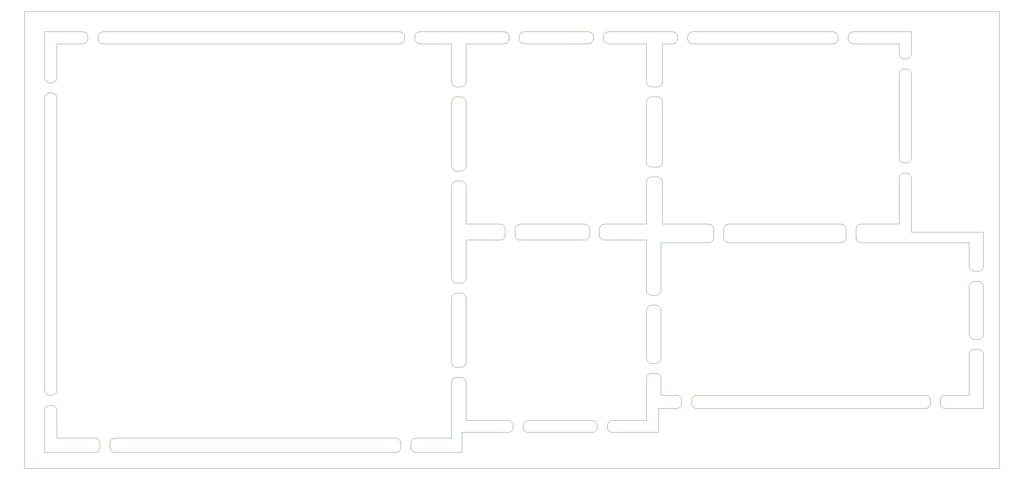
<source format=gbr>
G04 #@! TF.GenerationSoftware,KiCad,Pcbnew,(5.1.5-0-10_14)*
G04 #@! TF.CreationDate,2020-07-31T02:19:59+02:00*
G04 #@! TF.ProjectId,output.Panel,6f757470-7574-42e5-9061-6e656c2e6b69,rev?*
G04 #@! TF.SameCoordinates,Original*
G04 #@! TF.FileFunction,Profile,NP*
%FSLAX46Y46*%
G04 Gerber Fmt 4.6, Leading zero omitted, Abs format (unit mm)*
G04 Created by KiCad (PCBNEW (5.1.5-0-10_14)) date 2020-07-31 02:19:59*
%MOMM*%
%LPD*%
G04 APERTURE LIST*
%ADD10C,0.100000*%
G04 APERTURE END LIST*
D10*
X271500000Y-25025000D02*
X28500000Y-25025000D01*
X271500000Y-139025000D02*
X271500000Y-25025000D01*
X28500000Y-139025000D02*
X271500000Y-139025000D01*
X28500000Y-25025000D02*
X28500000Y-139025000D01*
X267500000Y-80025000D02*
X249500000Y-80025000D01*
X186500000Y-130025000D02*
X186500000Y-124025000D01*
X137500000Y-135025000D02*
X137500000Y-130025000D01*
X190000000Y-33025000D02*
X187500000Y-33025000D01*
X190000122Y-30025000D02*
X190099826Y-30032687D01*
X190000000Y-33025000D02*
X190099704Y-33017313D01*
X190099826Y-30032687D02*
X190198644Y-30048015D01*
X190099704Y-33017313D02*
X190198522Y-33001985D01*
X190198644Y-30048015D02*
X190295991Y-30070893D01*
X190198522Y-33001985D02*
X190295869Y-32979107D01*
X190295991Y-30070893D02*
X190391291Y-30101186D01*
X190295869Y-32979107D02*
X190391169Y-32948814D01*
X190391291Y-30101186D02*
X190483981Y-30138715D01*
X190391169Y-32948814D02*
X190483859Y-32911285D01*
X190483981Y-30138715D02*
X190573512Y-30183258D01*
X190483859Y-32911285D02*
X190573390Y-32866742D01*
X190573512Y-30183258D02*
X190659354Y-30234551D01*
X190573390Y-32866742D02*
X190659232Y-32815449D01*
X190659354Y-30234551D02*
X190740999Y-30292291D01*
X190659232Y-32815449D02*
X190740877Y-32757709D01*
X190740999Y-30292291D02*
X190817964Y-30356136D01*
X190740877Y-32757709D02*
X190817842Y-32693864D01*
X190817964Y-30356136D02*
X190889794Y-30425708D01*
X190817842Y-32693864D02*
X190889672Y-32624292D01*
X190889794Y-30425708D02*
X190956064Y-30500595D01*
X190889672Y-32624292D02*
X190955942Y-32549405D01*
X190956064Y-30500595D02*
X191016382Y-30580354D01*
X190955942Y-32549405D02*
X191016260Y-32469646D01*
X191016382Y-30580354D02*
X191070391Y-30664513D01*
X191016260Y-32469646D02*
X191070269Y-32385487D01*
X191070391Y-30664513D02*
X191117771Y-30752574D01*
X191070269Y-32385487D02*
X191117649Y-32297426D01*
X191117771Y-30752574D02*
X191158242Y-30844016D01*
X191117649Y-32297426D02*
X191158120Y-32205984D01*
X191158242Y-30844016D02*
X191191564Y-30938298D01*
X191158120Y-32205984D02*
X191191442Y-32111702D01*
X191191564Y-30938298D02*
X191217540Y-31034862D01*
X191191442Y-32111702D02*
X191217418Y-32015138D01*
X191217540Y-31034862D02*
X191236017Y-31133137D01*
X191217418Y-32015138D02*
X191235895Y-31916863D01*
X191236017Y-31133137D02*
X191246885Y-31232542D01*
X191235895Y-31916863D02*
X191246763Y-31817458D01*
X191246885Y-31232542D02*
X191250080Y-31332488D01*
X191246763Y-31817458D02*
X191249958Y-31717512D01*
X191250080Y-31332488D02*
X191249958Y-31717512D01*
X195000020Y-30025000D02*
X194900316Y-30032687D01*
X195000065Y-33025000D02*
X194900361Y-33017313D01*
X194900316Y-30032687D02*
X194801498Y-30048015D01*
X194900361Y-33017313D02*
X194801543Y-33001985D01*
X194801498Y-30048015D02*
X194704151Y-30070893D01*
X194801543Y-33001985D02*
X194704196Y-32979107D01*
X194704151Y-30070893D02*
X194608851Y-30101186D01*
X194704196Y-32979107D02*
X194608896Y-32948814D01*
X194608851Y-30101186D02*
X194516161Y-30138715D01*
X194608896Y-32948814D02*
X194516206Y-32911285D01*
X194516161Y-30138715D02*
X194426630Y-30183258D01*
X194516206Y-32911285D02*
X194426675Y-32866742D01*
X194426630Y-30183258D02*
X194340788Y-30234551D01*
X194426675Y-32866742D02*
X194340833Y-32815449D01*
X194340788Y-30234551D02*
X194259143Y-30292291D01*
X194340833Y-32815449D02*
X194259188Y-32757709D01*
X194259143Y-30292291D02*
X194182178Y-30356136D01*
X194259188Y-32757709D02*
X194182223Y-32693864D01*
X194182178Y-30356136D02*
X194110348Y-30425708D01*
X194182223Y-32693864D02*
X194110393Y-32624292D01*
X194110348Y-30425708D02*
X194044078Y-30500595D01*
X194110393Y-32624292D02*
X194044123Y-32549405D01*
X194044078Y-30500595D02*
X193983760Y-30580354D01*
X194044123Y-32549405D02*
X193983805Y-32469646D01*
X193983760Y-30580354D02*
X193929751Y-30664513D01*
X193983805Y-32469646D02*
X193929796Y-32385487D01*
X193929751Y-30664513D02*
X193882371Y-30752574D01*
X193929796Y-32385487D02*
X193882416Y-32297426D01*
X193882371Y-30752574D02*
X193841900Y-30844016D01*
X193882416Y-32297426D02*
X193841945Y-32205984D01*
X193841900Y-30844016D02*
X193808578Y-30938298D01*
X193841945Y-32205984D02*
X193808623Y-32111702D01*
X193808578Y-30938298D02*
X193782602Y-31034862D01*
X193808623Y-32111702D02*
X193782647Y-32015138D01*
X193782602Y-31034862D02*
X193764125Y-31133137D01*
X193782647Y-32015138D02*
X193764170Y-31916863D01*
X193764125Y-31133137D02*
X193753257Y-31232542D01*
X193764170Y-31916863D02*
X193753302Y-31817458D01*
X193753257Y-31232542D02*
X193750062Y-31332488D01*
X193753302Y-31817458D02*
X193750107Y-31717512D01*
X193750062Y-31332488D02*
X193750107Y-31717512D01*
X229999972Y-33025000D02*
X195000065Y-33025000D01*
X235000015Y-33025000D02*
X246500000Y-33025000D01*
X229999970Y-30025000D02*
X195000020Y-30025000D01*
X235000020Y-30025000D02*
X249500000Y-30025000D01*
X235000015Y-33025000D02*
X234900311Y-33017313D01*
X235000020Y-30025000D02*
X234900316Y-30032687D01*
X234900311Y-33017313D02*
X234801493Y-33001985D01*
X234900316Y-30032687D02*
X234801498Y-30048015D01*
X234801493Y-33001985D02*
X234704146Y-32979107D01*
X234801498Y-30048015D02*
X234704151Y-30070893D01*
X234704146Y-32979107D02*
X234608846Y-32948814D01*
X234704151Y-30070893D02*
X234608851Y-30101186D01*
X234608846Y-32948814D02*
X234516156Y-32911285D01*
X234608851Y-30101186D02*
X234516161Y-30138715D01*
X234516156Y-32911285D02*
X234426625Y-32866742D01*
X234516161Y-30138715D02*
X234426630Y-30183258D01*
X234426625Y-32866742D02*
X234340783Y-32815449D01*
X234426630Y-30183258D02*
X234340788Y-30234551D01*
X234340783Y-32815449D02*
X234259138Y-32757709D01*
X234340788Y-30234551D02*
X234259143Y-30292291D01*
X234259138Y-32757709D02*
X234182173Y-32693864D01*
X234259143Y-30292291D02*
X234182178Y-30356136D01*
X234182173Y-32693864D02*
X234110343Y-32624292D01*
X234182178Y-30356136D02*
X234110348Y-30425708D01*
X234110343Y-32624292D02*
X234044073Y-32549405D01*
X234110348Y-30425708D02*
X234044078Y-30500595D01*
X234044073Y-32549405D02*
X233983755Y-32469646D01*
X234044078Y-30500595D02*
X233983760Y-30580354D01*
X233983755Y-32469646D02*
X233929746Y-32385487D01*
X233983760Y-30580354D02*
X233929751Y-30664513D01*
X233929746Y-32385487D02*
X233882366Y-32297426D01*
X233929751Y-30664513D02*
X233882371Y-30752574D01*
X233882366Y-32297426D02*
X233841895Y-32205984D01*
X233882371Y-30752574D02*
X233841900Y-30844016D01*
X233841895Y-32205984D02*
X233808573Y-32111702D01*
X233841900Y-30844016D02*
X233808578Y-30938298D01*
X233808573Y-32111702D02*
X233782597Y-32015138D01*
X233808578Y-30938298D02*
X233782602Y-31034862D01*
X233782597Y-32015138D02*
X233764120Y-31916863D01*
X233782602Y-31034862D02*
X233764125Y-31133137D01*
X233764120Y-31916863D02*
X233753252Y-31817458D01*
X233764125Y-31133137D02*
X233753257Y-31232542D01*
X233753252Y-31817458D02*
X233750057Y-31717512D01*
X233753257Y-31232542D02*
X233750062Y-31332488D01*
X233750057Y-31717512D02*
X233750062Y-31332488D01*
X229999972Y-33025000D02*
X230099676Y-33017313D01*
X229999970Y-30025000D02*
X230099674Y-30032687D01*
X230099676Y-33017313D02*
X230198494Y-33001985D01*
X230099674Y-30032687D02*
X230198492Y-30048015D01*
X230198494Y-33001985D02*
X230295841Y-32979107D01*
X230198492Y-30048015D02*
X230295839Y-30070893D01*
X230295841Y-32979107D02*
X230391141Y-32948814D01*
X230295839Y-30070893D02*
X230391139Y-30101186D01*
X230391141Y-32948814D02*
X230483831Y-32911285D01*
X230391139Y-30101186D02*
X230483829Y-30138715D01*
X230483831Y-32911285D02*
X230573362Y-32866742D01*
X230483829Y-30138715D02*
X230573360Y-30183258D01*
X230573362Y-32866742D02*
X230659204Y-32815449D01*
X230573360Y-30183258D02*
X230659202Y-30234551D01*
X230659204Y-32815449D02*
X230740849Y-32757709D01*
X230659202Y-30234551D02*
X230740847Y-30292291D01*
X230740849Y-32757709D02*
X230817814Y-32693864D01*
X230740847Y-30292291D02*
X230817812Y-30356136D01*
X230817814Y-32693864D02*
X230889644Y-32624292D01*
X230817812Y-30356136D02*
X230889642Y-30425708D01*
X230889644Y-32624292D02*
X230955914Y-32549405D01*
X230889642Y-30425708D02*
X230955912Y-30500595D01*
X230955914Y-32549405D02*
X231016232Y-32469646D01*
X230955912Y-30500595D02*
X231016230Y-30580354D01*
X231016232Y-32469646D02*
X231070241Y-32385487D01*
X231016230Y-30580354D02*
X231070239Y-30664513D01*
X231070241Y-32385487D02*
X231117621Y-32297426D01*
X231070239Y-30664513D02*
X231117619Y-30752574D01*
X231117621Y-32297426D02*
X231158092Y-32205984D01*
X231117619Y-30752574D02*
X231158090Y-30844016D01*
X231158092Y-32205984D02*
X231191414Y-32111702D01*
X231158090Y-30844016D02*
X231191412Y-30938298D01*
X231191414Y-32111702D02*
X231217390Y-32015138D01*
X231191412Y-30938298D02*
X231217388Y-31034862D01*
X231217390Y-32015138D02*
X231235867Y-31916863D01*
X231217388Y-31034862D02*
X231235865Y-31133137D01*
X231235867Y-31916863D02*
X231246735Y-31817458D01*
X231235865Y-31133137D02*
X231246733Y-31232542D01*
X231246735Y-31817458D02*
X231249930Y-31717512D01*
X231246733Y-31232542D02*
X231249928Y-31332488D01*
X231249930Y-31717512D02*
X231249928Y-31332488D01*
X249500000Y-35525000D02*
X249500000Y-30025000D01*
X246500000Y-35525000D02*
X246500000Y-33025000D01*
X246500000Y-35525000D02*
X246507687Y-35624704D01*
X249500000Y-35525000D02*
X249492313Y-35624704D01*
X246507687Y-35624704D02*
X246523015Y-35723522D01*
X249492313Y-35624704D02*
X249476985Y-35723522D01*
X246523015Y-35723522D02*
X246545893Y-35820869D01*
X249476985Y-35723522D02*
X249454107Y-35820869D01*
X246545893Y-35820869D02*
X246576186Y-35916169D01*
X249454107Y-35820869D02*
X249423814Y-35916169D01*
X246576186Y-35916169D02*
X246613715Y-36008859D01*
X249423814Y-35916169D02*
X249386285Y-36008859D01*
X246613715Y-36008859D02*
X246658258Y-36098390D01*
X249386285Y-36008859D02*
X249341742Y-36098390D01*
X246658258Y-36098390D02*
X246709551Y-36184232D01*
X249341742Y-36098390D02*
X249290449Y-36184232D01*
X246709551Y-36184232D02*
X246767291Y-36265877D01*
X249290449Y-36184232D02*
X249232709Y-36265877D01*
X246767291Y-36265877D02*
X246831136Y-36342842D01*
X249232709Y-36265877D02*
X249168864Y-36342842D01*
X246831136Y-36342842D02*
X246900708Y-36414672D01*
X249168864Y-36342842D02*
X249099292Y-36414672D01*
X246900708Y-36414672D02*
X246975595Y-36480942D01*
X249099292Y-36414672D02*
X249024405Y-36480942D01*
X246975595Y-36480942D02*
X247055354Y-36541260D01*
X249024405Y-36480942D02*
X248944646Y-36541260D01*
X247055354Y-36541260D02*
X247139513Y-36595269D01*
X248944646Y-36541260D02*
X248860487Y-36595269D01*
X247139513Y-36595269D02*
X247227574Y-36642649D01*
X248860487Y-36595269D02*
X248772426Y-36642649D01*
X247227574Y-36642649D02*
X247319016Y-36683120D01*
X248772426Y-36642649D02*
X248680984Y-36683120D01*
X247319016Y-36683120D02*
X247413298Y-36716442D01*
X248680984Y-36683120D02*
X248586702Y-36716442D01*
X247413298Y-36716442D02*
X247509862Y-36742418D01*
X248586702Y-36716442D02*
X248490138Y-36742418D01*
X247509862Y-36742418D02*
X247608137Y-36760895D01*
X248490138Y-36742418D02*
X248391863Y-36760895D01*
X247608137Y-36760895D02*
X247707542Y-36771763D01*
X248391863Y-36760895D02*
X248292458Y-36771763D01*
X247707542Y-36771763D02*
X247807488Y-36774958D01*
X248292458Y-36771763D02*
X248192512Y-36774958D01*
X248192512Y-36774958D02*
X247807488Y-36774958D01*
X246500000Y-40525000D02*
X246507687Y-40425296D01*
X249500000Y-40525050D02*
X249492313Y-40425346D01*
X246507687Y-40425296D02*
X246523015Y-40326478D01*
X249492313Y-40425346D02*
X249476985Y-40326528D01*
X246523015Y-40326478D02*
X246545893Y-40229131D01*
X249476985Y-40326528D02*
X249454107Y-40229181D01*
X246545893Y-40229131D02*
X246576186Y-40133831D01*
X249454107Y-40229181D02*
X249423814Y-40133881D01*
X246576186Y-40133831D02*
X246613715Y-40041141D01*
X249423814Y-40133881D02*
X249386285Y-40041191D01*
X246613715Y-40041141D02*
X246658258Y-39951610D01*
X249386285Y-40041191D02*
X249341742Y-39951660D01*
X246658258Y-39951610D02*
X246709551Y-39865768D01*
X249341742Y-39951660D02*
X249290449Y-39865818D01*
X246709551Y-39865768D02*
X246767291Y-39784123D01*
X249290449Y-39865818D02*
X249232709Y-39784173D01*
X246767291Y-39784123D02*
X246831136Y-39707158D01*
X249232709Y-39784173D02*
X249168864Y-39707208D01*
X246831136Y-39707158D02*
X246900708Y-39635328D01*
X249168864Y-39707208D02*
X249099292Y-39635378D01*
X246900708Y-39635328D02*
X246975595Y-39569058D01*
X249099292Y-39635378D02*
X249024405Y-39569108D01*
X246975595Y-39569058D02*
X247055354Y-39508740D01*
X249024405Y-39569108D02*
X248944646Y-39508790D01*
X247055354Y-39508740D02*
X247139513Y-39454731D01*
X248944646Y-39508790D02*
X248860487Y-39454781D01*
X247139513Y-39454731D02*
X247227574Y-39407351D01*
X248860487Y-39454781D02*
X248772426Y-39407401D01*
X247227574Y-39407351D02*
X247319016Y-39366880D01*
X248772426Y-39407401D02*
X248680984Y-39366930D01*
X247319016Y-39366880D02*
X247413298Y-39333558D01*
X248680984Y-39366930D02*
X248586702Y-39333608D01*
X247413298Y-39333558D02*
X247509862Y-39307582D01*
X248586702Y-39333608D02*
X248490138Y-39307632D01*
X247509862Y-39307582D02*
X247608137Y-39289105D01*
X248490138Y-39307632D02*
X248391863Y-39289155D01*
X247608137Y-39289105D02*
X247707542Y-39278237D01*
X248391863Y-39289155D02*
X248292458Y-39278287D01*
X247707542Y-39278237D02*
X247807488Y-39275042D01*
X248292458Y-39278287D02*
X248192512Y-39275092D01*
X248192512Y-39275092D02*
X247807488Y-39275042D01*
X249500000Y-61525017D02*
X249500000Y-40525050D01*
X249500000Y-66525000D02*
X249500000Y-80025000D01*
X246500000Y-61525010D02*
X246500000Y-40525000D01*
X246500000Y-66525015D02*
X246500000Y-78025000D01*
X249500000Y-61525017D02*
X249492313Y-61624721D01*
X246500000Y-61525010D02*
X246507687Y-61624714D01*
X249492313Y-61624721D02*
X249476985Y-61723539D01*
X246507687Y-61624714D02*
X246523015Y-61723532D01*
X249476985Y-61723539D02*
X249454107Y-61820886D01*
X246523015Y-61723532D02*
X246545893Y-61820879D01*
X249454107Y-61820886D02*
X249423814Y-61916186D01*
X246545893Y-61820879D02*
X246576186Y-61916179D01*
X249423814Y-61916186D02*
X249386285Y-62008876D01*
X246576186Y-61916179D02*
X246613715Y-62008869D01*
X249386285Y-62008876D02*
X249341742Y-62098407D01*
X246613715Y-62008869D02*
X246658258Y-62098400D01*
X249341742Y-62098407D02*
X249290449Y-62184249D01*
X246658258Y-62098400D02*
X246709551Y-62184242D01*
X249290449Y-62184249D02*
X249232709Y-62265894D01*
X246709551Y-62184242D02*
X246767291Y-62265887D01*
X249232709Y-62265894D02*
X249168864Y-62342859D01*
X246767291Y-62265887D02*
X246831136Y-62342852D01*
X249168864Y-62342859D02*
X249099292Y-62414689D01*
X246831136Y-62342852D02*
X246900708Y-62414682D01*
X249099292Y-62414689D02*
X249024405Y-62480959D01*
X246900708Y-62414682D02*
X246975595Y-62480952D01*
X249024405Y-62480959D02*
X248944646Y-62541277D01*
X246975595Y-62480952D02*
X247055354Y-62541270D01*
X248944646Y-62541277D02*
X248860487Y-62595286D01*
X247055354Y-62541270D02*
X247139513Y-62595279D01*
X248860487Y-62595286D02*
X248772426Y-62642666D01*
X247139513Y-62595279D02*
X247227574Y-62642659D01*
X248772426Y-62642666D02*
X248680984Y-62683137D01*
X247227574Y-62642659D02*
X247319016Y-62683130D01*
X248680984Y-62683137D02*
X248586702Y-62716459D01*
X247319016Y-62683130D02*
X247413298Y-62716452D01*
X248586702Y-62716459D02*
X248490138Y-62742435D01*
X247413298Y-62716452D02*
X247509862Y-62742428D01*
X248490138Y-62742435D02*
X248391863Y-62760912D01*
X247509862Y-62742428D02*
X247608137Y-62760905D01*
X248391863Y-62760912D02*
X248292458Y-62771780D01*
X247608137Y-62760905D02*
X247707542Y-62771773D01*
X248292458Y-62771780D02*
X248192512Y-62774975D01*
X247707542Y-62771773D02*
X247807488Y-62774968D01*
X248192512Y-62774975D02*
X247807488Y-62774968D01*
X249500000Y-66525000D02*
X249492313Y-66425296D01*
X246500000Y-66525015D02*
X246507687Y-66425311D01*
X249492313Y-66425296D02*
X249476985Y-66326478D01*
X246507687Y-66425311D02*
X246523015Y-66326493D01*
X249476985Y-66326478D02*
X249454107Y-66229131D01*
X246523015Y-66326493D02*
X246545893Y-66229146D01*
X249454107Y-66229131D02*
X249423814Y-66133831D01*
X246545893Y-66229146D02*
X246576186Y-66133846D01*
X249423814Y-66133831D02*
X249386285Y-66041141D01*
X246576186Y-66133846D02*
X246613715Y-66041156D01*
X249386285Y-66041141D02*
X249341742Y-65951610D01*
X246613715Y-66041156D02*
X246658258Y-65951625D01*
X249341742Y-65951610D02*
X249290449Y-65865768D01*
X246658258Y-65951625D02*
X246709551Y-65865783D01*
X249290449Y-65865768D02*
X249232709Y-65784123D01*
X246709551Y-65865783D02*
X246767291Y-65784138D01*
X249232709Y-65784123D02*
X249168864Y-65707158D01*
X246767291Y-65784138D02*
X246831136Y-65707173D01*
X249168864Y-65707158D02*
X249099292Y-65635328D01*
X246831136Y-65707173D02*
X246900708Y-65635343D01*
X249099292Y-65635328D02*
X249024405Y-65569058D01*
X246900708Y-65635343D02*
X246975595Y-65569073D01*
X249024405Y-65569058D02*
X248944646Y-65508740D01*
X246975595Y-65569073D02*
X247055354Y-65508755D01*
X248944646Y-65508740D02*
X248860487Y-65454731D01*
X247055354Y-65508755D02*
X247139513Y-65454746D01*
X248860487Y-65454731D02*
X248772426Y-65407351D01*
X247139513Y-65454746D02*
X247227574Y-65407366D01*
X248772426Y-65407351D02*
X248680984Y-65366880D01*
X247227574Y-65407366D02*
X247319016Y-65366895D01*
X248680984Y-65366880D02*
X248586702Y-65333558D01*
X247319016Y-65366895D02*
X247413298Y-65333573D01*
X248586702Y-65333558D02*
X248490138Y-65307582D01*
X247413298Y-65333573D02*
X247509862Y-65307597D01*
X248490138Y-65307582D02*
X248391863Y-65289105D01*
X247509862Y-65307597D02*
X247608137Y-65289120D01*
X248391863Y-65289105D02*
X248292458Y-65278237D01*
X247608137Y-65289120D02*
X247707542Y-65278252D01*
X248292458Y-65278237D02*
X248192512Y-65275042D01*
X247707542Y-65278252D02*
X247807488Y-65275057D01*
X248192512Y-65275042D02*
X247807488Y-65275057D01*
X267500000Y-88525002D02*
X267500000Y-80025000D01*
X263935000Y-88524992D02*
X263935000Y-82625000D01*
X267500000Y-88525002D02*
X267492313Y-88624706D01*
X263935000Y-88524992D02*
X263942687Y-88624696D01*
X267492313Y-88624706D02*
X267476985Y-88723524D01*
X263942687Y-88624696D02*
X263958015Y-88723514D01*
X267476985Y-88723524D02*
X267454107Y-88820871D01*
X263958015Y-88723514D02*
X263980893Y-88820861D01*
X267454107Y-88820871D02*
X267423814Y-88916171D01*
X263980893Y-88820861D02*
X264011186Y-88916161D01*
X267423814Y-88916171D02*
X267386285Y-89008861D01*
X264011186Y-88916161D02*
X264048715Y-89008851D01*
X267386285Y-89008861D02*
X267341742Y-89098392D01*
X264048715Y-89008851D02*
X264093258Y-89098382D01*
X267341742Y-89098392D02*
X267290449Y-89184234D01*
X264093258Y-89098382D02*
X264144551Y-89184224D01*
X267290449Y-89184234D02*
X267232709Y-89265879D01*
X264144551Y-89184224D02*
X264202291Y-89265869D01*
X267232709Y-89265879D02*
X267168864Y-89342844D01*
X264202291Y-89265869D02*
X264266136Y-89342834D01*
X267168864Y-89342844D02*
X267099292Y-89414674D01*
X264266136Y-89342834D02*
X264335708Y-89414664D01*
X267099292Y-89414674D02*
X267024405Y-89480944D01*
X264335708Y-89414664D02*
X264410595Y-89480934D01*
X267024405Y-89480944D02*
X266944646Y-89541262D01*
X264410595Y-89480934D02*
X264490354Y-89541252D01*
X266944646Y-89541262D02*
X266860487Y-89595271D01*
X264490354Y-89541252D02*
X264574513Y-89595261D01*
X266860487Y-89595271D02*
X266772426Y-89642651D01*
X264574513Y-89595261D02*
X264662574Y-89642641D01*
X266772426Y-89642651D02*
X266680984Y-89683122D01*
X264662574Y-89642641D02*
X264754016Y-89683112D01*
X266680984Y-89683122D02*
X266586702Y-89716444D01*
X264754016Y-89683112D02*
X264848298Y-89716434D01*
X266586702Y-89716444D02*
X266490138Y-89742420D01*
X264848298Y-89716434D02*
X264944862Y-89742410D01*
X266490138Y-89742420D02*
X266391863Y-89760897D01*
X264944862Y-89742410D02*
X265043137Y-89760887D01*
X266391863Y-89760897D02*
X266292458Y-89771765D01*
X265043137Y-89760887D02*
X265142542Y-89771755D01*
X266292458Y-89771765D02*
X266192512Y-89774960D01*
X265142542Y-89771755D02*
X265242488Y-89774950D01*
X266192512Y-89774960D02*
X265242488Y-89774950D01*
X263935000Y-93524998D02*
X263942687Y-93425294D01*
X267500000Y-93524998D02*
X267492313Y-93425294D01*
X263942687Y-93425294D02*
X263958015Y-93326476D01*
X267492313Y-93425294D02*
X267476985Y-93326476D01*
X263958015Y-93326476D02*
X263980893Y-93229129D01*
X267476985Y-93326476D02*
X267454107Y-93229129D01*
X263980893Y-93229129D02*
X264011186Y-93133829D01*
X267454107Y-93229129D02*
X267423814Y-93133829D01*
X264011186Y-93133829D02*
X264048715Y-93041139D01*
X267423814Y-93133829D02*
X267386285Y-93041139D01*
X264048715Y-93041139D02*
X264093258Y-92951608D01*
X267386285Y-93041139D02*
X267341742Y-92951608D01*
X264093258Y-92951608D02*
X264144551Y-92865766D01*
X267341742Y-92951608D02*
X267290449Y-92865766D01*
X264144551Y-92865766D02*
X264202291Y-92784121D01*
X267290449Y-92865766D02*
X267232709Y-92784121D01*
X264202291Y-92784121D02*
X264266136Y-92707156D01*
X267232709Y-92784121D02*
X267168864Y-92707156D01*
X264266136Y-92707156D02*
X264335708Y-92635326D01*
X267168864Y-92707156D02*
X267099292Y-92635326D01*
X264335708Y-92635326D02*
X264410595Y-92569056D01*
X267099292Y-92635326D02*
X267024405Y-92569056D01*
X264410595Y-92569056D02*
X264490354Y-92508738D01*
X267024405Y-92569056D02*
X266944646Y-92508738D01*
X264490354Y-92508738D02*
X264574513Y-92454729D01*
X266944646Y-92508738D02*
X266860487Y-92454729D01*
X264574513Y-92454729D02*
X264662574Y-92407349D01*
X266860487Y-92454729D02*
X266772426Y-92407349D01*
X264662574Y-92407349D02*
X264754016Y-92366878D01*
X266772426Y-92407349D02*
X266680984Y-92366878D01*
X264754016Y-92366878D02*
X264848298Y-92333556D01*
X266680984Y-92366878D02*
X266586702Y-92333556D01*
X264848298Y-92333556D02*
X264944862Y-92307580D01*
X266586702Y-92333556D02*
X266490138Y-92307580D01*
X264944862Y-92307580D02*
X265043137Y-92289103D01*
X266490138Y-92307580D02*
X266391863Y-92289103D01*
X265043137Y-92289103D02*
X265142542Y-92278235D01*
X266391863Y-92289103D02*
X266292458Y-92278235D01*
X265142542Y-92278235D02*
X265242488Y-92275040D01*
X266292458Y-92278235D02*
X266192512Y-92275040D01*
X266192512Y-92275040D02*
X265242488Y-92275040D01*
X267500000Y-105524982D02*
X267500000Y-93524998D01*
X267500000Y-110525000D02*
X267500000Y-124025000D01*
X263935000Y-105524982D02*
X263935000Y-93524998D01*
X263935000Y-110524995D02*
X263935000Y-120725000D01*
X263935000Y-105524982D02*
X263942687Y-105624686D01*
X267500000Y-105524982D02*
X267492313Y-105624686D01*
X263942687Y-105624686D02*
X263958015Y-105723504D01*
X267492313Y-105624686D02*
X267476985Y-105723504D01*
X263958015Y-105723504D02*
X263980893Y-105820851D01*
X267476985Y-105723504D02*
X267454107Y-105820851D01*
X263980893Y-105820851D02*
X264011186Y-105916151D01*
X267454107Y-105820851D02*
X267423814Y-105916151D01*
X264011186Y-105916151D02*
X264048715Y-106008841D01*
X267423814Y-105916151D02*
X267386285Y-106008841D01*
X264048715Y-106008841D02*
X264093258Y-106098372D01*
X267386285Y-106008841D02*
X267341742Y-106098372D01*
X264093258Y-106098372D02*
X264144551Y-106184214D01*
X267341742Y-106098372D02*
X267290449Y-106184214D01*
X264144551Y-106184214D02*
X264202291Y-106265859D01*
X267290449Y-106184214D02*
X267232709Y-106265859D01*
X264202291Y-106265859D02*
X264266136Y-106342824D01*
X267232709Y-106265859D02*
X267168864Y-106342824D01*
X264266136Y-106342824D02*
X264335708Y-106414654D01*
X267168864Y-106342824D02*
X267099292Y-106414654D01*
X264335708Y-106414654D02*
X264410595Y-106480924D01*
X267099292Y-106414654D02*
X267024405Y-106480924D01*
X264410595Y-106480924D02*
X264490354Y-106541242D01*
X267024405Y-106480924D02*
X266944646Y-106541242D01*
X264490354Y-106541242D02*
X264574513Y-106595251D01*
X266944646Y-106541242D02*
X266860487Y-106595251D01*
X264574513Y-106595251D02*
X264662574Y-106642631D01*
X266860487Y-106595251D02*
X266772426Y-106642631D01*
X264662574Y-106642631D02*
X264754016Y-106683102D01*
X266772426Y-106642631D02*
X266680984Y-106683102D01*
X264754016Y-106683102D02*
X264848298Y-106716424D01*
X266680984Y-106683102D02*
X266586702Y-106716424D01*
X264848298Y-106716424D02*
X264944862Y-106742400D01*
X266586702Y-106716424D02*
X266490138Y-106742400D01*
X264944862Y-106742400D02*
X265043137Y-106760877D01*
X266490138Y-106742400D02*
X266391863Y-106760877D01*
X265043137Y-106760877D02*
X265142542Y-106771745D01*
X266391863Y-106760877D02*
X266292458Y-106771745D01*
X265142542Y-106771745D02*
X265242488Y-106774940D01*
X266292458Y-106771745D02*
X266192512Y-106774940D01*
X266192512Y-106774940D02*
X265242488Y-106774940D01*
X263935000Y-110524995D02*
X263942687Y-110425291D01*
X267500000Y-110525000D02*
X267492313Y-110425296D01*
X263942687Y-110425291D02*
X263958015Y-110326473D01*
X267492313Y-110425296D02*
X267476985Y-110326478D01*
X263958015Y-110326473D02*
X263980893Y-110229126D01*
X267476985Y-110326478D02*
X267454107Y-110229131D01*
X263980893Y-110229126D02*
X264011186Y-110133826D01*
X267454107Y-110229131D02*
X267423814Y-110133831D01*
X264011186Y-110133826D02*
X264048715Y-110041136D01*
X267423814Y-110133831D02*
X267386285Y-110041141D01*
X264048715Y-110041136D02*
X264093258Y-109951605D01*
X267386285Y-110041141D02*
X267341742Y-109951610D01*
X264093258Y-109951605D02*
X264144551Y-109865763D01*
X267341742Y-109951610D02*
X267290449Y-109865768D01*
X264144551Y-109865763D02*
X264202291Y-109784118D01*
X267290449Y-109865768D02*
X267232709Y-109784123D01*
X264202291Y-109784118D02*
X264266136Y-109707153D01*
X267232709Y-109784123D02*
X267168864Y-109707158D01*
X264266136Y-109707153D02*
X264335708Y-109635323D01*
X267168864Y-109707158D02*
X267099292Y-109635328D01*
X264335708Y-109635323D02*
X264410595Y-109569053D01*
X267099292Y-109635328D02*
X267024405Y-109569058D01*
X264410595Y-109569053D02*
X264490354Y-109508735D01*
X267024405Y-109569058D02*
X266944646Y-109508740D01*
X264490354Y-109508735D02*
X264574513Y-109454726D01*
X266944646Y-109508740D02*
X266860487Y-109454731D01*
X264574513Y-109454726D02*
X264662574Y-109407346D01*
X266860487Y-109454731D02*
X266772426Y-109407351D01*
X264662574Y-109407346D02*
X264754016Y-109366875D01*
X266772426Y-109407351D02*
X266680984Y-109366880D01*
X264754016Y-109366875D02*
X264848298Y-109333553D01*
X266680984Y-109366880D02*
X266586702Y-109333558D01*
X264848298Y-109333553D02*
X264944862Y-109307577D01*
X266586702Y-109333558D02*
X266490138Y-109307582D01*
X264944862Y-109307577D02*
X265043137Y-109289100D01*
X266490138Y-109307582D02*
X266391863Y-109289105D01*
X265043137Y-109289100D02*
X265142542Y-109278232D01*
X266391863Y-109289105D02*
X266292458Y-109278237D01*
X265142542Y-109278232D02*
X265242488Y-109275037D01*
X266292458Y-109278237D02*
X266192512Y-109275042D01*
X266192512Y-109275042D02*
X265242488Y-109275037D01*
X257999990Y-124025000D02*
X267500000Y-124025000D01*
X258000008Y-120725000D02*
X263935000Y-120725000D01*
X257999990Y-124025000D02*
X257900286Y-124017313D01*
X258000008Y-120725000D02*
X257900304Y-120732687D01*
X257900286Y-124017313D02*
X257801468Y-124001985D01*
X257900304Y-120732687D02*
X257801486Y-120748015D01*
X257801468Y-124001985D02*
X257704121Y-123979107D01*
X257801486Y-120748015D02*
X257704139Y-120770893D01*
X257704121Y-123979107D02*
X257608821Y-123948814D01*
X257704139Y-120770893D02*
X257608839Y-120801186D01*
X257608821Y-123948814D02*
X257516131Y-123911285D01*
X257608839Y-120801186D02*
X257516149Y-120838715D01*
X257516131Y-123911285D02*
X257426600Y-123866742D01*
X257516149Y-120838715D02*
X257426618Y-120883258D01*
X257426600Y-123866742D02*
X257340758Y-123815449D01*
X257426618Y-120883258D02*
X257340776Y-120934551D01*
X257340758Y-123815449D02*
X257259113Y-123757709D01*
X257340776Y-120934551D02*
X257259131Y-120992291D01*
X257259113Y-123757709D02*
X257182148Y-123693864D01*
X257259131Y-120992291D02*
X257182166Y-121056136D01*
X257182148Y-123693864D02*
X257110318Y-123624292D01*
X257182166Y-121056136D02*
X257110336Y-121125708D01*
X257110318Y-123624292D02*
X257044048Y-123549405D01*
X257110336Y-121125708D02*
X257044066Y-121200595D01*
X257044048Y-123549405D02*
X256983730Y-123469646D01*
X257044066Y-121200595D02*
X256983748Y-121280354D01*
X256983730Y-123469646D02*
X256929721Y-123385487D01*
X256983748Y-121280354D02*
X256929739Y-121364513D01*
X256929721Y-123385487D02*
X256882341Y-123297426D01*
X256929739Y-121364513D02*
X256882359Y-121452574D01*
X256882341Y-123297426D02*
X256841870Y-123205984D01*
X256882359Y-121452574D02*
X256841888Y-121544016D01*
X256841870Y-123205984D02*
X256808548Y-123111702D01*
X256841888Y-121544016D02*
X256808566Y-121638298D01*
X256808548Y-123111702D02*
X256782572Y-123015138D01*
X256808566Y-121638298D02*
X256782590Y-121734862D01*
X256782572Y-123015138D02*
X256764095Y-122916863D01*
X256782590Y-121734862D02*
X256764113Y-121833137D01*
X256764095Y-122916863D02*
X256753227Y-122817458D01*
X256764113Y-121833137D02*
X256753245Y-121932542D01*
X256753227Y-122817458D02*
X256750032Y-122717512D01*
X256753245Y-121932542D02*
X256750050Y-122032488D01*
X256750032Y-122717512D02*
X256750050Y-122032488D01*
X252999980Y-120725000D02*
X253099684Y-120732687D01*
X252999957Y-124025000D02*
X253099661Y-124017313D01*
X253099684Y-120732687D02*
X253198502Y-120748015D01*
X253099661Y-124017313D02*
X253198479Y-124001985D01*
X253198502Y-120748015D02*
X253295849Y-120770893D01*
X253198479Y-124001985D02*
X253295826Y-123979107D01*
X253295849Y-120770893D02*
X253391149Y-120801186D01*
X253295826Y-123979107D02*
X253391126Y-123948814D01*
X253391149Y-120801186D02*
X253483839Y-120838715D01*
X253391126Y-123948814D02*
X253483816Y-123911285D01*
X253483839Y-120838715D02*
X253573370Y-120883258D01*
X253483816Y-123911285D02*
X253573347Y-123866742D01*
X253573370Y-120883258D02*
X253659212Y-120934551D01*
X253573347Y-123866742D02*
X253659189Y-123815449D01*
X253659212Y-120934551D02*
X253740857Y-120992291D01*
X253659189Y-123815449D02*
X253740834Y-123757709D01*
X253740857Y-120992291D02*
X253817822Y-121056136D01*
X253740834Y-123757709D02*
X253817799Y-123693864D01*
X253817822Y-121056136D02*
X253889652Y-121125708D01*
X253817799Y-123693864D02*
X253889629Y-123624292D01*
X253889652Y-121125708D02*
X253955922Y-121200595D01*
X253889629Y-123624292D02*
X253955899Y-123549405D01*
X253955922Y-121200595D02*
X254016240Y-121280354D01*
X253955899Y-123549405D02*
X254016217Y-123469646D01*
X254016240Y-121280354D02*
X254070249Y-121364513D01*
X254016217Y-123469646D02*
X254070226Y-123385487D01*
X254070249Y-121364513D02*
X254117629Y-121452574D01*
X254070226Y-123385487D02*
X254117606Y-123297426D01*
X254117629Y-121452574D02*
X254158100Y-121544016D01*
X254117606Y-123297426D02*
X254158077Y-123205984D01*
X254158100Y-121544016D02*
X254191422Y-121638298D01*
X254158077Y-123205984D02*
X254191399Y-123111702D01*
X254191422Y-121638298D02*
X254217398Y-121734862D01*
X254191399Y-123111702D02*
X254217375Y-123015138D01*
X254217398Y-121734862D02*
X254235875Y-121833137D01*
X254217375Y-123015138D02*
X254235852Y-122916863D01*
X254235875Y-121833137D02*
X254246743Y-121932542D01*
X254235852Y-122916863D02*
X254246720Y-122817458D01*
X254246743Y-121932542D02*
X254249938Y-122032488D01*
X254246720Y-122817458D02*
X254249915Y-122717512D01*
X254249915Y-122717512D02*
X254249938Y-122032488D01*
X196000040Y-124025000D02*
X252999957Y-124025000D01*
X191000002Y-124025000D02*
X186500000Y-124025000D01*
X196000040Y-120725000D02*
X252999980Y-120725000D01*
X191000000Y-120725000D02*
X187100000Y-120725000D01*
X196000040Y-120725000D02*
X195900336Y-120732687D01*
X196000040Y-124025000D02*
X195900336Y-124017313D01*
X195900336Y-120732687D02*
X195801518Y-120748015D01*
X195900336Y-124017313D02*
X195801518Y-124001985D01*
X195801518Y-120748015D02*
X195704171Y-120770893D01*
X195801518Y-124001985D02*
X195704171Y-123979107D01*
X195704171Y-120770893D02*
X195608871Y-120801186D01*
X195704171Y-123979107D02*
X195608871Y-123948814D01*
X195608871Y-120801186D02*
X195516181Y-120838715D01*
X195608871Y-123948814D02*
X195516181Y-123911285D01*
X195516181Y-120838715D02*
X195426650Y-120883258D01*
X195516181Y-123911285D02*
X195426650Y-123866742D01*
X195426650Y-120883258D02*
X195340808Y-120934551D01*
X195426650Y-123866742D02*
X195340808Y-123815449D01*
X195340808Y-120934551D02*
X195259163Y-120992291D01*
X195340808Y-123815449D02*
X195259163Y-123757709D01*
X195259163Y-120992291D02*
X195182198Y-121056136D01*
X195259163Y-123757709D02*
X195182198Y-123693864D01*
X195182198Y-121056136D02*
X195110368Y-121125708D01*
X195182198Y-123693864D02*
X195110368Y-123624292D01*
X195110368Y-121125708D02*
X195044098Y-121200595D01*
X195110368Y-123624292D02*
X195044098Y-123549405D01*
X195044098Y-121200595D02*
X194983780Y-121280354D01*
X195044098Y-123549405D02*
X194983780Y-123469646D01*
X194983780Y-121280354D02*
X194929771Y-121364513D01*
X194983780Y-123469646D02*
X194929771Y-123385487D01*
X194929771Y-121364513D02*
X194882391Y-121452574D01*
X194929771Y-123385487D02*
X194882391Y-123297426D01*
X194882391Y-121452574D02*
X194841920Y-121544016D01*
X194882391Y-123297426D02*
X194841920Y-123205984D01*
X194841920Y-121544016D02*
X194808598Y-121638298D01*
X194841920Y-123205984D02*
X194808598Y-123111702D01*
X194808598Y-121638298D02*
X194782622Y-121734862D01*
X194808598Y-123111702D02*
X194782622Y-123015138D01*
X194782622Y-121734862D02*
X194764145Y-121833137D01*
X194782622Y-123015138D02*
X194764145Y-122916863D01*
X194764145Y-121833137D02*
X194753277Y-121932542D01*
X194764145Y-122916863D02*
X194753277Y-122817458D01*
X194753277Y-121932542D02*
X194750082Y-122032488D01*
X194753277Y-122817458D02*
X194750082Y-122717512D01*
X194750082Y-122717512D02*
X194750082Y-122032488D01*
X191000002Y-124025000D02*
X191099706Y-124017313D01*
X191000000Y-120725000D02*
X191099704Y-120732687D01*
X191099706Y-124017313D02*
X191198524Y-124001985D01*
X191099704Y-120732687D02*
X191198522Y-120748015D01*
X191198524Y-124001985D02*
X191295871Y-123979107D01*
X191198522Y-120748015D02*
X191295869Y-120770893D01*
X191295871Y-123979107D02*
X191391171Y-123948814D01*
X191295869Y-120770893D02*
X191391169Y-120801186D01*
X191391171Y-123948814D02*
X191483861Y-123911285D01*
X191391169Y-120801186D02*
X191483859Y-120838715D01*
X191483861Y-123911285D02*
X191573392Y-123866742D01*
X191483859Y-120838715D02*
X191573390Y-120883258D01*
X191573392Y-123866742D02*
X191659234Y-123815449D01*
X191573390Y-120883258D02*
X191659232Y-120934551D01*
X191659234Y-123815449D02*
X191740879Y-123757709D01*
X191659232Y-120934551D02*
X191740877Y-120992291D01*
X191740879Y-123757709D02*
X191817844Y-123693864D01*
X191740877Y-120992291D02*
X191817842Y-121056136D01*
X191817844Y-123693864D02*
X191889674Y-123624292D01*
X191817842Y-121056136D02*
X191889672Y-121125708D01*
X191889674Y-123624292D02*
X191955944Y-123549405D01*
X191889672Y-121125708D02*
X191955942Y-121200595D01*
X191955944Y-123549405D02*
X192016262Y-123469646D01*
X191955942Y-121200595D02*
X192016260Y-121280354D01*
X192016262Y-123469646D02*
X192070271Y-123385487D01*
X192016260Y-121280354D02*
X192070269Y-121364513D01*
X192070271Y-123385487D02*
X192117651Y-123297426D01*
X192070269Y-121364513D02*
X192117649Y-121452574D01*
X192117651Y-123297426D02*
X192158122Y-123205984D01*
X192117649Y-121452574D02*
X192158120Y-121544016D01*
X192158122Y-123205984D02*
X192191444Y-123111702D01*
X192158120Y-121544016D02*
X192191442Y-121638298D01*
X192191444Y-123111702D02*
X192217420Y-123015138D01*
X192191442Y-121638298D02*
X192217418Y-121734862D01*
X192217420Y-123015138D02*
X192235897Y-122916863D01*
X192217418Y-121734862D02*
X192235895Y-121833137D01*
X192235897Y-122916863D02*
X192246765Y-122817458D01*
X192235895Y-121833137D02*
X192246763Y-121932542D01*
X192246765Y-122817458D02*
X192249960Y-122717512D01*
X192246763Y-121932542D02*
X192249958Y-122032488D01*
X192249960Y-122717512D02*
X192249958Y-122032488D01*
X175000015Y-130025000D02*
X186500000Y-130025000D01*
X174999998Y-127025000D02*
X183500000Y-127025000D01*
X174999998Y-127025000D02*
X174900294Y-127032687D01*
X175000015Y-130025000D02*
X174900311Y-130017313D01*
X174900294Y-127032687D02*
X174801476Y-127048015D01*
X174900311Y-130017313D02*
X174801493Y-130001985D01*
X174801476Y-127048015D02*
X174704129Y-127070893D01*
X174801493Y-130001985D02*
X174704146Y-129979107D01*
X174704129Y-127070893D02*
X174608829Y-127101186D01*
X174704146Y-129979107D02*
X174608846Y-129948814D01*
X174608829Y-127101186D02*
X174516139Y-127138715D01*
X174608846Y-129948814D02*
X174516156Y-129911285D01*
X174516139Y-127138715D02*
X174426608Y-127183258D01*
X174516156Y-129911285D02*
X174426625Y-129866742D01*
X174426608Y-127183258D02*
X174340766Y-127234551D01*
X174426625Y-129866742D02*
X174340783Y-129815449D01*
X174340766Y-127234551D02*
X174259121Y-127292291D01*
X174340783Y-129815449D02*
X174259138Y-129757709D01*
X174259121Y-127292291D02*
X174182156Y-127356136D01*
X174259138Y-129757709D02*
X174182173Y-129693864D01*
X174182156Y-127356136D02*
X174110326Y-127425708D01*
X174182173Y-129693864D02*
X174110343Y-129624292D01*
X174110326Y-127425708D02*
X174044056Y-127500595D01*
X174110343Y-129624292D02*
X174044073Y-129549405D01*
X174044056Y-127500595D02*
X173983738Y-127580354D01*
X174044073Y-129549405D02*
X173983755Y-129469646D01*
X173983738Y-127580354D02*
X173929729Y-127664513D01*
X173983755Y-129469646D02*
X173929746Y-129385487D01*
X173929729Y-127664513D02*
X173882349Y-127752574D01*
X173929746Y-129385487D02*
X173882366Y-129297426D01*
X173882349Y-127752574D02*
X173841878Y-127844016D01*
X173882366Y-129297426D02*
X173841895Y-129205984D01*
X173841878Y-127844016D02*
X173808556Y-127938298D01*
X173841895Y-129205984D02*
X173808573Y-129111702D01*
X173808556Y-127938298D02*
X173782580Y-128034862D01*
X173808573Y-129111702D02*
X173782597Y-129015138D01*
X173782580Y-128034862D02*
X173764103Y-128133137D01*
X173782597Y-129015138D02*
X173764120Y-128916863D01*
X173764103Y-128133137D02*
X173753235Y-128232542D01*
X173764120Y-128916863D02*
X173753252Y-128817458D01*
X173753235Y-128232542D02*
X173750040Y-128332488D01*
X173753252Y-128817458D02*
X173750057Y-128717512D01*
X173750057Y-128717512D02*
X173750040Y-128332488D01*
X170000037Y-130025000D02*
X170099741Y-130017313D01*
X169999980Y-127025000D02*
X170099684Y-127032687D01*
X170099741Y-130017313D02*
X170198559Y-130001985D01*
X170099684Y-127032687D02*
X170198502Y-127048015D01*
X170198559Y-130001985D02*
X170295906Y-129979107D01*
X170198502Y-127048015D02*
X170295849Y-127070893D01*
X170295906Y-129979107D02*
X170391206Y-129948814D01*
X170295849Y-127070893D02*
X170391149Y-127101186D01*
X170391206Y-129948814D02*
X170483896Y-129911285D01*
X170391149Y-127101186D02*
X170483839Y-127138715D01*
X170483896Y-129911285D02*
X170573427Y-129866742D01*
X170483839Y-127138715D02*
X170573370Y-127183258D01*
X170573427Y-129866742D02*
X170659269Y-129815449D01*
X170573370Y-127183258D02*
X170659212Y-127234551D01*
X170659269Y-129815449D02*
X170740914Y-129757709D01*
X170659212Y-127234551D02*
X170740857Y-127292291D01*
X170740914Y-129757709D02*
X170817879Y-129693864D01*
X170740857Y-127292291D02*
X170817822Y-127356136D01*
X170817879Y-129693864D02*
X170889709Y-129624292D01*
X170817822Y-127356136D02*
X170889652Y-127425708D01*
X170889709Y-129624292D02*
X170955979Y-129549405D01*
X170889652Y-127425708D02*
X170955922Y-127500595D01*
X170955979Y-129549405D02*
X171016297Y-129469646D01*
X170955922Y-127500595D02*
X171016240Y-127580354D01*
X171016297Y-129469646D02*
X171070306Y-129385487D01*
X171016240Y-127580354D02*
X171070249Y-127664513D01*
X171070306Y-129385487D02*
X171117686Y-129297426D01*
X171070249Y-127664513D02*
X171117629Y-127752574D01*
X171117686Y-129297426D02*
X171158157Y-129205984D01*
X171117629Y-127752574D02*
X171158100Y-127844016D01*
X171158157Y-129205984D02*
X171191479Y-129111702D01*
X171158100Y-127844016D02*
X171191422Y-127938298D01*
X171191479Y-129111702D02*
X171217455Y-129015138D01*
X171191422Y-127938298D02*
X171217398Y-128034862D01*
X171217455Y-129015138D02*
X171235932Y-128916863D01*
X171217398Y-128034862D02*
X171235875Y-128133137D01*
X171235932Y-128916863D02*
X171246800Y-128817458D01*
X171235875Y-128133137D02*
X171246743Y-128232542D01*
X171246800Y-128817458D02*
X171249995Y-128717512D01*
X171246743Y-128232542D02*
X171249938Y-128332488D01*
X171249995Y-128717512D02*
X171249938Y-128332488D01*
X154000003Y-130025000D02*
X170000037Y-130025000D01*
X148999985Y-130025000D02*
X137500000Y-130025000D01*
X153999995Y-127025000D02*
X169999980Y-127025000D01*
X149000002Y-127025000D02*
X138500000Y-127025000D01*
X153999995Y-127025000D02*
X153900291Y-127032687D01*
X154000003Y-130025000D02*
X153900299Y-130017313D01*
X153900291Y-127032687D02*
X153801473Y-127048015D01*
X153900299Y-130017313D02*
X153801481Y-130001985D01*
X153801473Y-127048015D02*
X153704126Y-127070893D01*
X153801481Y-130001985D02*
X153704134Y-129979107D01*
X153704126Y-127070893D02*
X153608826Y-127101186D01*
X153704134Y-129979107D02*
X153608834Y-129948814D01*
X153608826Y-127101186D02*
X153516136Y-127138715D01*
X153608834Y-129948814D02*
X153516144Y-129911285D01*
X153516136Y-127138715D02*
X153426605Y-127183258D01*
X153516144Y-129911285D02*
X153426613Y-129866742D01*
X153426605Y-127183258D02*
X153340763Y-127234551D01*
X153426613Y-129866742D02*
X153340771Y-129815449D01*
X153340763Y-127234551D02*
X153259118Y-127292291D01*
X153340771Y-129815449D02*
X153259126Y-129757709D01*
X153259118Y-127292291D02*
X153182153Y-127356136D01*
X153259126Y-129757709D02*
X153182161Y-129693864D01*
X153182153Y-127356136D02*
X153110323Y-127425708D01*
X153182161Y-129693864D02*
X153110331Y-129624292D01*
X153110323Y-127425708D02*
X153044053Y-127500595D01*
X153110331Y-129624292D02*
X153044061Y-129549405D01*
X153044053Y-127500595D02*
X152983735Y-127580354D01*
X153044061Y-129549405D02*
X152983743Y-129469646D01*
X152983735Y-127580354D02*
X152929726Y-127664513D01*
X152983743Y-129469646D02*
X152929734Y-129385487D01*
X152929726Y-127664513D02*
X152882346Y-127752574D01*
X152929734Y-129385487D02*
X152882354Y-129297426D01*
X152882346Y-127752574D02*
X152841875Y-127844016D01*
X152882354Y-129297426D02*
X152841883Y-129205984D01*
X152841875Y-127844016D02*
X152808553Y-127938298D01*
X152841883Y-129205984D02*
X152808561Y-129111702D01*
X152808553Y-127938298D02*
X152782577Y-128034862D01*
X152808561Y-129111702D02*
X152782585Y-129015138D01*
X152782577Y-128034862D02*
X152764100Y-128133137D01*
X152782585Y-129015138D02*
X152764108Y-128916863D01*
X152764100Y-128133137D02*
X152753232Y-128232542D01*
X152764108Y-128916863D02*
X152753240Y-128817458D01*
X152753232Y-128232542D02*
X152750037Y-128332488D01*
X152753240Y-128817458D02*
X152750045Y-128717512D01*
X152750045Y-128717512D02*
X152750037Y-128332488D01*
X149000002Y-127025000D02*
X149099706Y-127032687D01*
X148999985Y-130025000D02*
X149099689Y-130017313D01*
X149099706Y-127032687D02*
X149198524Y-127048015D01*
X149099689Y-130017313D02*
X149198507Y-130001985D01*
X149198524Y-127048015D02*
X149295871Y-127070893D01*
X149198507Y-130001985D02*
X149295854Y-129979107D01*
X149295871Y-127070893D02*
X149391171Y-127101186D01*
X149295854Y-129979107D02*
X149391154Y-129948814D01*
X149391171Y-127101186D02*
X149483861Y-127138715D01*
X149391154Y-129948814D02*
X149483844Y-129911285D01*
X149483861Y-127138715D02*
X149573392Y-127183258D01*
X149483844Y-129911285D02*
X149573375Y-129866742D01*
X149573392Y-127183258D02*
X149659234Y-127234551D01*
X149573375Y-129866742D02*
X149659217Y-129815449D01*
X149659234Y-127234551D02*
X149740879Y-127292291D01*
X149659217Y-129815449D02*
X149740862Y-129757709D01*
X149740879Y-127292291D02*
X149817844Y-127356136D01*
X149740862Y-129757709D02*
X149817827Y-129693864D01*
X149817844Y-127356136D02*
X149889674Y-127425708D01*
X149817827Y-129693864D02*
X149889657Y-129624292D01*
X149889674Y-127425708D02*
X149955944Y-127500595D01*
X149889657Y-129624292D02*
X149955927Y-129549405D01*
X149955944Y-127500595D02*
X150016262Y-127580354D01*
X149955927Y-129549405D02*
X150016245Y-129469646D01*
X150016262Y-127580354D02*
X150070271Y-127664513D01*
X150016245Y-129469646D02*
X150070254Y-129385487D01*
X150070271Y-127664513D02*
X150117651Y-127752574D01*
X150070254Y-129385487D02*
X150117634Y-129297426D01*
X150117651Y-127752574D02*
X150158122Y-127844016D01*
X150117634Y-129297426D02*
X150158105Y-129205984D01*
X150158122Y-127844016D02*
X150191444Y-127938298D01*
X150158105Y-129205984D02*
X150191427Y-129111702D01*
X150191444Y-127938298D02*
X150217420Y-128034862D01*
X150191427Y-129111702D02*
X150217403Y-129015138D01*
X150217420Y-128034862D02*
X150235897Y-128133137D01*
X150217403Y-129015138D02*
X150235880Y-128916863D01*
X150235897Y-128133137D02*
X150246765Y-128232542D01*
X150235880Y-128916863D02*
X150246748Y-128817458D01*
X150246765Y-128232542D02*
X150249960Y-128332488D01*
X150246748Y-128817458D02*
X150249943Y-128717512D01*
X150249943Y-128717512D02*
X150249960Y-128332488D01*
X126000015Y-135025000D02*
X137500000Y-135025000D01*
X125999990Y-131450000D02*
X134925000Y-131450000D01*
X125999990Y-131450000D02*
X125900286Y-131457687D01*
X126000015Y-135025000D02*
X125900311Y-135017313D01*
X125900286Y-131457687D02*
X125801468Y-131473015D01*
X125900311Y-135017313D02*
X125801493Y-135001985D01*
X125801468Y-131473015D02*
X125704121Y-131495893D01*
X125801493Y-135001985D02*
X125704146Y-134979107D01*
X125704121Y-131495893D02*
X125608821Y-131526186D01*
X125704146Y-134979107D02*
X125608846Y-134948814D01*
X125608821Y-131526186D02*
X125516131Y-131563715D01*
X125608846Y-134948814D02*
X125516156Y-134911285D01*
X125516131Y-131563715D02*
X125426600Y-131608258D01*
X125516156Y-134911285D02*
X125426625Y-134866742D01*
X125426600Y-131608258D02*
X125340758Y-131659551D01*
X125426625Y-134866742D02*
X125340783Y-134815449D01*
X125340758Y-131659551D02*
X125259113Y-131717291D01*
X125340783Y-134815449D02*
X125259138Y-134757709D01*
X125259113Y-131717291D02*
X125182148Y-131781136D01*
X125259138Y-134757709D02*
X125182173Y-134693864D01*
X125182148Y-131781136D02*
X125110318Y-131850708D01*
X125182173Y-134693864D02*
X125110343Y-134624292D01*
X125110318Y-131850708D02*
X125044048Y-131925595D01*
X125110343Y-134624292D02*
X125044073Y-134549405D01*
X125044048Y-131925595D02*
X124983730Y-132005354D01*
X125044073Y-134549405D02*
X124983755Y-134469646D01*
X124983730Y-132005354D02*
X124929721Y-132089513D01*
X124983755Y-134469646D02*
X124929746Y-134385487D01*
X124929721Y-132089513D02*
X124882341Y-132177574D01*
X124929746Y-134385487D02*
X124882366Y-134297426D01*
X124882341Y-132177574D02*
X124841870Y-132269016D01*
X124882366Y-134297426D02*
X124841895Y-134205984D01*
X124841870Y-132269016D02*
X124808548Y-132363298D01*
X124841895Y-134205984D02*
X124808573Y-134111702D01*
X124808548Y-132363298D02*
X124782572Y-132459862D01*
X124808573Y-134111702D02*
X124782597Y-134015138D01*
X124782572Y-132459862D02*
X124764095Y-132558137D01*
X124782597Y-134015138D02*
X124764120Y-133916863D01*
X124764095Y-132558137D02*
X124753227Y-132657542D01*
X124764120Y-133916863D02*
X124753252Y-133817458D01*
X124753227Y-132657542D02*
X124750032Y-132757488D01*
X124753252Y-133817458D02*
X124750057Y-133717512D01*
X124750057Y-133717512D02*
X124750032Y-132757488D01*
X121000055Y-131450000D02*
X121099759Y-131457687D01*
X121000025Y-135025000D02*
X121099729Y-135017313D01*
X121099759Y-131457687D02*
X121198577Y-131473015D01*
X121099729Y-135017313D02*
X121198547Y-135001985D01*
X121198577Y-131473015D02*
X121295924Y-131495893D01*
X121198547Y-135001985D02*
X121295894Y-134979107D01*
X121295924Y-131495893D02*
X121391224Y-131526186D01*
X121295894Y-134979107D02*
X121391194Y-134948814D01*
X121391224Y-131526186D02*
X121483914Y-131563715D01*
X121391194Y-134948814D02*
X121483884Y-134911285D01*
X121483914Y-131563715D02*
X121573445Y-131608258D01*
X121483884Y-134911285D02*
X121573415Y-134866742D01*
X121573445Y-131608258D02*
X121659287Y-131659551D01*
X121573415Y-134866742D02*
X121659257Y-134815449D01*
X121659287Y-131659551D02*
X121740932Y-131717291D01*
X121659257Y-134815449D02*
X121740902Y-134757709D01*
X121740932Y-131717291D02*
X121817897Y-131781136D01*
X121740902Y-134757709D02*
X121817867Y-134693864D01*
X121817897Y-131781136D02*
X121889727Y-131850708D01*
X121817867Y-134693864D02*
X121889697Y-134624292D01*
X121889727Y-131850708D02*
X121955997Y-131925595D01*
X121889697Y-134624292D02*
X121955967Y-134549405D01*
X121955997Y-131925595D02*
X122016315Y-132005354D01*
X121955967Y-134549405D02*
X122016285Y-134469646D01*
X122016315Y-132005354D02*
X122070324Y-132089513D01*
X122016285Y-134469646D02*
X122070294Y-134385487D01*
X122070324Y-132089513D02*
X122117704Y-132177574D01*
X122070294Y-134385487D02*
X122117674Y-134297426D01*
X122117704Y-132177574D02*
X122158175Y-132269016D01*
X122117674Y-134297426D02*
X122158145Y-134205984D01*
X122158175Y-132269016D02*
X122191497Y-132363298D01*
X122158145Y-134205984D02*
X122191467Y-134111702D01*
X122191497Y-132363298D02*
X122217473Y-132459862D01*
X122191467Y-134111702D02*
X122217443Y-134015138D01*
X122217473Y-132459862D02*
X122235950Y-132558137D01*
X122217443Y-134015138D02*
X122235920Y-133916863D01*
X122235950Y-132558137D02*
X122246818Y-132657542D01*
X122235920Y-133916863D02*
X122246788Y-133817458D01*
X122246818Y-132657542D02*
X122250013Y-132757488D01*
X122246788Y-133817458D02*
X122249983Y-133717512D01*
X122249983Y-133717512D02*
X122250013Y-132757488D01*
X50999983Y-131450000D02*
X121000055Y-131450000D01*
X46000010Y-131450000D02*
X36500000Y-131450000D01*
X50999983Y-135025000D02*
X121000025Y-135025000D01*
X45999987Y-135025000D02*
X33500000Y-135025000D01*
X46000010Y-131450000D02*
X46099714Y-131457687D01*
X45999987Y-135025000D02*
X46099691Y-135017313D01*
X46099714Y-131457687D02*
X46198532Y-131473015D01*
X46099691Y-135017313D02*
X46198509Y-135001985D01*
X46198532Y-131473015D02*
X46295879Y-131495893D01*
X46198509Y-135001985D02*
X46295856Y-134979107D01*
X46295879Y-131495893D02*
X46391179Y-131526186D01*
X46295856Y-134979107D02*
X46391156Y-134948814D01*
X46391179Y-131526186D02*
X46483869Y-131563715D01*
X46391156Y-134948814D02*
X46483846Y-134911285D01*
X46483869Y-131563715D02*
X46573400Y-131608258D01*
X46483846Y-134911285D02*
X46573377Y-134866742D01*
X46573400Y-131608258D02*
X46659242Y-131659551D01*
X46573377Y-134866742D02*
X46659219Y-134815449D01*
X46659242Y-131659551D02*
X46740887Y-131717291D01*
X46659219Y-134815449D02*
X46740864Y-134757709D01*
X46740887Y-131717291D02*
X46817852Y-131781136D01*
X46740864Y-134757709D02*
X46817829Y-134693864D01*
X46817852Y-131781136D02*
X46889682Y-131850708D01*
X46817829Y-134693864D02*
X46889659Y-134624292D01*
X46889682Y-131850708D02*
X46955952Y-131925595D01*
X46889659Y-134624292D02*
X46955929Y-134549405D01*
X46955952Y-131925595D02*
X47016270Y-132005354D01*
X46955929Y-134549405D02*
X47016247Y-134469646D01*
X47016270Y-132005354D02*
X47070279Y-132089513D01*
X47016247Y-134469646D02*
X47070256Y-134385487D01*
X47070279Y-132089513D02*
X47117659Y-132177574D01*
X47070256Y-134385487D02*
X47117636Y-134297426D01*
X47117659Y-132177574D02*
X47158130Y-132269016D01*
X47117636Y-134297426D02*
X47158107Y-134205984D01*
X47158130Y-132269016D02*
X47191452Y-132363298D01*
X47158107Y-134205984D02*
X47191429Y-134111702D01*
X47191452Y-132363298D02*
X47217428Y-132459862D01*
X47191429Y-134111702D02*
X47217405Y-134015138D01*
X47217428Y-132459862D02*
X47235905Y-132558137D01*
X47217405Y-134015138D02*
X47235882Y-133916863D01*
X47235905Y-132558137D02*
X47246773Y-132657542D01*
X47235882Y-133916863D02*
X47246750Y-133817458D01*
X47246773Y-132657542D02*
X47249968Y-132757488D01*
X47246750Y-133817458D02*
X47249945Y-133717512D01*
X47249968Y-132757488D02*
X47249945Y-133717512D01*
X50999983Y-135025000D02*
X50900279Y-135017313D01*
X50999983Y-131450000D02*
X50900279Y-131457687D01*
X50900279Y-135017313D02*
X50801461Y-135001985D01*
X50900279Y-131457687D02*
X50801461Y-131473015D01*
X50801461Y-135001985D02*
X50704114Y-134979107D01*
X50801461Y-131473015D02*
X50704114Y-131495893D01*
X50704114Y-134979107D02*
X50608814Y-134948814D01*
X50704114Y-131495893D02*
X50608814Y-131526186D01*
X50608814Y-134948814D02*
X50516124Y-134911285D01*
X50608814Y-131526186D02*
X50516124Y-131563715D01*
X50516124Y-134911285D02*
X50426593Y-134866742D01*
X50516124Y-131563715D02*
X50426593Y-131608258D01*
X50426593Y-134866742D02*
X50340751Y-134815449D01*
X50426593Y-131608258D02*
X50340751Y-131659551D01*
X50340751Y-134815449D02*
X50259106Y-134757709D01*
X50340751Y-131659551D02*
X50259106Y-131717291D01*
X50259106Y-134757709D02*
X50182141Y-134693864D01*
X50259106Y-131717291D02*
X50182141Y-131781136D01*
X50182141Y-134693864D02*
X50110311Y-134624292D01*
X50182141Y-131781136D02*
X50110311Y-131850708D01*
X50110311Y-134624292D02*
X50044041Y-134549405D01*
X50110311Y-131850708D02*
X50044041Y-131925595D01*
X50044041Y-134549405D02*
X49983723Y-134469646D01*
X50044041Y-131925595D02*
X49983723Y-132005354D01*
X49983723Y-134469646D02*
X49929714Y-134385487D01*
X49983723Y-132005354D02*
X49929714Y-132089513D01*
X49929714Y-134385487D02*
X49882334Y-134297426D01*
X49929714Y-132089513D02*
X49882334Y-132177574D01*
X49882334Y-134297426D02*
X49841863Y-134205984D01*
X49882334Y-132177574D02*
X49841863Y-132269016D01*
X49841863Y-134205984D02*
X49808541Y-134111702D01*
X49841863Y-132269016D02*
X49808541Y-132363298D01*
X49808541Y-134111702D02*
X49782565Y-134015138D01*
X49808541Y-132363298D02*
X49782565Y-132459862D01*
X49782565Y-134015138D02*
X49764088Y-133916863D01*
X49782565Y-132459862D02*
X49764088Y-132558137D01*
X49764088Y-133916863D02*
X49753220Y-133817458D01*
X49764088Y-132558137D02*
X49753220Y-132657542D01*
X49753220Y-133817458D02*
X49750025Y-133717512D01*
X49753220Y-132657542D02*
X49750025Y-132757488D01*
X49750025Y-132757488D02*
X49750025Y-133717512D01*
X33500000Y-124524998D02*
X33500000Y-135025000D01*
X36500000Y-124525005D02*
X36500000Y-131450000D01*
X33500000Y-124524998D02*
X33507687Y-124425294D01*
X36500000Y-124525005D02*
X36492313Y-124425301D01*
X33507687Y-124425294D02*
X33523015Y-124326476D01*
X36492313Y-124425301D02*
X36476985Y-124326483D01*
X33523015Y-124326476D02*
X33545893Y-124229129D01*
X36476985Y-124326483D02*
X36454107Y-124229136D01*
X33545893Y-124229129D02*
X33576186Y-124133829D01*
X36454107Y-124229136D02*
X36423814Y-124133836D01*
X33576186Y-124133829D02*
X33613715Y-124041139D01*
X36423814Y-124133836D02*
X36386285Y-124041146D01*
X33613715Y-124041139D02*
X33658258Y-123951608D01*
X36386285Y-124041146D02*
X36341742Y-123951615D01*
X33658258Y-123951608D02*
X33709551Y-123865766D01*
X36341742Y-123951615D02*
X36290449Y-123865773D01*
X33709551Y-123865766D02*
X33767291Y-123784121D01*
X36290449Y-123865773D02*
X36232709Y-123784128D01*
X33767291Y-123784121D02*
X33831136Y-123707156D01*
X36232709Y-123784128D02*
X36168864Y-123707163D01*
X33831136Y-123707156D02*
X33900708Y-123635326D01*
X36168864Y-123707163D02*
X36099292Y-123635333D01*
X33900708Y-123635326D02*
X33975595Y-123569056D01*
X36099292Y-123635333D02*
X36024405Y-123569063D01*
X33975595Y-123569056D02*
X34055354Y-123508738D01*
X36024405Y-123569063D02*
X35944646Y-123508745D01*
X34055354Y-123508738D02*
X34139513Y-123454729D01*
X35944646Y-123508745D02*
X35860487Y-123454736D01*
X34139513Y-123454729D02*
X34227574Y-123407349D01*
X35860487Y-123454736D02*
X35772426Y-123407356D01*
X34227574Y-123407349D02*
X34319016Y-123366878D01*
X35772426Y-123407356D02*
X35680984Y-123366885D01*
X34319016Y-123366878D02*
X34413298Y-123333556D01*
X35680984Y-123366885D02*
X35586702Y-123333563D01*
X34413298Y-123333556D02*
X34509862Y-123307580D01*
X35586702Y-123333563D02*
X35490138Y-123307587D01*
X34509862Y-123307580D02*
X34608137Y-123289103D01*
X35490138Y-123307587D02*
X35391863Y-123289110D01*
X34608137Y-123289103D02*
X34707542Y-123278235D01*
X35391863Y-123289110D02*
X35292458Y-123278242D01*
X34707542Y-123278235D02*
X34807488Y-123275040D01*
X35292458Y-123278242D02*
X35192512Y-123275047D01*
X34807488Y-123275040D02*
X35192512Y-123275047D01*
X36500000Y-119524990D02*
X36492313Y-119624694D01*
X33500000Y-119524900D02*
X33507687Y-119624604D01*
X36492313Y-119624694D02*
X36476985Y-119723512D01*
X33507687Y-119624604D02*
X33523015Y-119723422D01*
X36476985Y-119723512D02*
X36454107Y-119820859D01*
X33523015Y-119723422D02*
X33545893Y-119820769D01*
X36454107Y-119820859D02*
X36423814Y-119916159D01*
X33545893Y-119820769D02*
X33576186Y-119916069D01*
X36423814Y-119916159D02*
X36386285Y-120008849D01*
X33576186Y-119916069D02*
X33613715Y-120008759D01*
X36386285Y-120008849D02*
X36341742Y-120098380D01*
X33613715Y-120008759D02*
X33658258Y-120098290D01*
X36341742Y-120098380D02*
X36290449Y-120184222D01*
X33658258Y-120098290D02*
X33709551Y-120184132D01*
X36290449Y-120184222D02*
X36232709Y-120265867D01*
X33709551Y-120184132D02*
X33767291Y-120265777D01*
X36232709Y-120265867D02*
X36168864Y-120342832D01*
X33767291Y-120265777D02*
X33831136Y-120342742D01*
X36168864Y-120342832D02*
X36099292Y-120414662D01*
X33831136Y-120342742D02*
X33900708Y-120414572D01*
X36099292Y-120414662D02*
X36024405Y-120480932D01*
X33900708Y-120414572D02*
X33975595Y-120480842D01*
X36024405Y-120480932D02*
X35944646Y-120541250D01*
X33975595Y-120480842D02*
X34055354Y-120541160D01*
X35944646Y-120541250D02*
X35860487Y-120595259D01*
X34055354Y-120541160D02*
X34139513Y-120595169D01*
X35860487Y-120595259D02*
X35772426Y-120642639D01*
X34139513Y-120595169D02*
X34227574Y-120642549D01*
X35772426Y-120642639D02*
X35680984Y-120683110D01*
X34227574Y-120642549D02*
X34319016Y-120683020D01*
X35680984Y-120683110D02*
X35586702Y-120716432D01*
X34319016Y-120683020D02*
X34413298Y-120716342D01*
X35586702Y-120716432D02*
X35490138Y-120742408D01*
X34413298Y-120716342D02*
X34509862Y-120742318D01*
X35490138Y-120742408D02*
X35391863Y-120760885D01*
X34509862Y-120742318D02*
X34608137Y-120760795D01*
X35391863Y-120760885D02*
X35292458Y-120771753D01*
X34608137Y-120760795D02*
X34707542Y-120771663D01*
X35292458Y-120771753D02*
X35192512Y-120774948D01*
X34707542Y-120771663D02*
X34807488Y-120774858D01*
X34807488Y-120774858D02*
X35192512Y-120774948D01*
X33500000Y-46524990D02*
X33500000Y-119524900D01*
X33500000Y-41524985D02*
X33500000Y-30025000D01*
X36500000Y-46524993D02*
X36500000Y-119524990D01*
X36500000Y-41525002D02*
X36500000Y-33025000D01*
X33500000Y-46524990D02*
X33507687Y-46425286D01*
X36500000Y-46524993D02*
X36492313Y-46425289D01*
X33507687Y-46425286D02*
X33523015Y-46326468D01*
X36492313Y-46425289D02*
X36476985Y-46326471D01*
X33523015Y-46326468D02*
X33545893Y-46229121D01*
X36476985Y-46326471D02*
X36454107Y-46229124D01*
X33545893Y-46229121D02*
X33576186Y-46133821D01*
X36454107Y-46229124D02*
X36423814Y-46133824D01*
X33576186Y-46133821D02*
X33613715Y-46041131D01*
X36423814Y-46133824D02*
X36386285Y-46041134D01*
X33613715Y-46041131D02*
X33658258Y-45951600D01*
X36386285Y-46041134D02*
X36341742Y-45951603D01*
X33658258Y-45951600D02*
X33709551Y-45865758D01*
X36341742Y-45951603D02*
X36290449Y-45865761D01*
X33709551Y-45865758D02*
X33767291Y-45784113D01*
X36290449Y-45865761D02*
X36232709Y-45784116D01*
X33767291Y-45784113D02*
X33831136Y-45707148D01*
X36232709Y-45784116D02*
X36168864Y-45707151D01*
X33831136Y-45707148D02*
X33900708Y-45635318D01*
X36168864Y-45707151D02*
X36099292Y-45635321D01*
X33900708Y-45635318D02*
X33975595Y-45569048D01*
X36099292Y-45635321D02*
X36024405Y-45569051D01*
X33975595Y-45569048D02*
X34055354Y-45508730D01*
X36024405Y-45569051D02*
X35944646Y-45508733D01*
X34055354Y-45508730D02*
X34139513Y-45454721D01*
X35944646Y-45508733D02*
X35860487Y-45454724D01*
X34139513Y-45454721D02*
X34227574Y-45407341D01*
X35860487Y-45454724D02*
X35772426Y-45407344D01*
X34227574Y-45407341D02*
X34319016Y-45366870D01*
X35772426Y-45407344D02*
X35680984Y-45366873D01*
X34319016Y-45366870D02*
X34413298Y-45333548D01*
X35680984Y-45366873D02*
X35586702Y-45333551D01*
X34413298Y-45333548D02*
X34509862Y-45307572D01*
X35586702Y-45333551D02*
X35490138Y-45307575D01*
X34509862Y-45307572D02*
X34608137Y-45289095D01*
X35490138Y-45307575D02*
X35391863Y-45289098D01*
X34608137Y-45289095D02*
X34707542Y-45278227D01*
X35391863Y-45289098D02*
X35292458Y-45278230D01*
X34707542Y-45278227D02*
X34807488Y-45275032D01*
X35292458Y-45278230D02*
X35192512Y-45275035D01*
X34807488Y-45275032D02*
X35192512Y-45275035D01*
X36500000Y-41525002D02*
X36492313Y-41624706D01*
X33500000Y-41524985D02*
X33507687Y-41624689D01*
X36492313Y-41624706D02*
X36476985Y-41723524D01*
X33507687Y-41624689D02*
X33523015Y-41723507D01*
X36476985Y-41723524D02*
X36454107Y-41820871D01*
X33523015Y-41723507D02*
X33545893Y-41820854D01*
X36454107Y-41820871D02*
X36423814Y-41916171D01*
X33545893Y-41820854D02*
X33576186Y-41916154D01*
X36423814Y-41916171D02*
X36386285Y-42008861D01*
X33576186Y-41916154D02*
X33613715Y-42008844D01*
X36386285Y-42008861D02*
X36341742Y-42098392D01*
X33613715Y-42008844D02*
X33658258Y-42098375D01*
X36341742Y-42098392D02*
X36290449Y-42184234D01*
X33658258Y-42098375D02*
X33709551Y-42184217D01*
X36290449Y-42184234D02*
X36232709Y-42265879D01*
X33709551Y-42184217D02*
X33767291Y-42265862D01*
X36232709Y-42265879D02*
X36168864Y-42342844D01*
X33767291Y-42265862D02*
X33831136Y-42342827D01*
X36168864Y-42342844D02*
X36099292Y-42414674D01*
X33831136Y-42342827D02*
X33900708Y-42414657D01*
X36099292Y-42414674D02*
X36024405Y-42480944D01*
X33900708Y-42414657D02*
X33975595Y-42480927D01*
X36024405Y-42480944D02*
X35944646Y-42541262D01*
X33975595Y-42480927D02*
X34055354Y-42541245D01*
X35944646Y-42541262D02*
X35860487Y-42595271D01*
X34055354Y-42541245D02*
X34139513Y-42595254D01*
X35860487Y-42595271D02*
X35772426Y-42642651D01*
X34139513Y-42595254D02*
X34227574Y-42642634D01*
X35772426Y-42642651D02*
X35680984Y-42683122D01*
X34227574Y-42642634D02*
X34319016Y-42683105D01*
X35680984Y-42683122D02*
X35586702Y-42716444D01*
X34319016Y-42683105D02*
X34413298Y-42716427D01*
X35586702Y-42716444D02*
X35490138Y-42742420D01*
X34413298Y-42716427D02*
X34509862Y-42742403D01*
X35490138Y-42742420D02*
X35391863Y-42760897D01*
X34509862Y-42742403D02*
X34608137Y-42760880D01*
X35391863Y-42760897D02*
X35292458Y-42771765D01*
X34608137Y-42760880D02*
X34707542Y-42771748D01*
X35292458Y-42771765D02*
X35192512Y-42774960D01*
X34707542Y-42771748D02*
X34807488Y-42774943D01*
X34807488Y-42774943D02*
X35192512Y-42774960D01*
X43000010Y-30025000D02*
X33500000Y-30025000D01*
X43000002Y-33025000D02*
X36500000Y-33025000D01*
X43000010Y-30025000D02*
X43099714Y-30032687D01*
X43000002Y-33025000D02*
X43099706Y-33017313D01*
X43099714Y-30032687D02*
X43198532Y-30048015D01*
X43099706Y-33017313D02*
X43198524Y-33001985D01*
X43198532Y-30048015D02*
X43295879Y-30070893D01*
X43198524Y-33001985D02*
X43295871Y-32979107D01*
X43295879Y-30070893D02*
X43391179Y-30101186D01*
X43295871Y-32979107D02*
X43391171Y-32948814D01*
X43391179Y-30101186D02*
X43483869Y-30138715D01*
X43391171Y-32948814D02*
X43483861Y-32911285D01*
X43483869Y-30138715D02*
X43573400Y-30183258D01*
X43483861Y-32911285D02*
X43573392Y-32866742D01*
X43573400Y-30183258D02*
X43659242Y-30234551D01*
X43573392Y-32866742D02*
X43659234Y-32815449D01*
X43659242Y-30234551D02*
X43740887Y-30292291D01*
X43659234Y-32815449D02*
X43740879Y-32757709D01*
X43740887Y-30292291D02*
X43817852Y-30356136D01*
X43740879Y-32757709D02*
X43817844Y-32693864D01*
X43817852Y-30356136D02*
X43889682Y-30425708D01*
X43817844Y-32693864D02*
X43889674Y-32624292D01*
X43889682Y-30425708D02*
X43955952Y-30500595D01*
X43889674Y-32624292D02*
X43955944Y-32549405D01*
X43955952Y-30500595D02*
X44016270Y-30580354D01*
X43955944Y-32549405D02*
X44016262Y-32469646D01*
X44016270Y-30580354D02*
X44070279Y-30664513D01*
X44016262Y-32469646D02*
X44070271Y-32385487D01*
X44070279Y-30664513D02*
X44117659Y-30752574D01*
X44070271Y-32385487D02*
X44117651Y-32297426D01*
X44117659Y-30752574D02*
X44158130Y-30844016D01*
X44117651Y-32297426D02*
X44158122Y-32205984D01*
X44158130Y-30844016D02*
X44191452Y-30938298D01*
X44158122Y-32205984D02*
X44191444Y-32111702D01*
X44191452Y-30938298D02*
X44217428Y-31034862D01*
X44191444Y-32111702D02*
X44217420Y-32015138D01*
X44217428Y-31034862D02*
X44235905Y-31133137D01*
X44217420Y-32015138D02*
X44235897Y-31916863D01*
X44235905Y-31133137D02*
X44246773Y-31232542D01*
X44235897Y-31916863D02*
X44246765Y-31817458D01*
X44246773Y-31232542D02*
X44249968Y-31332488D01*
X44246765Y-31817458D02*
X44249960Y-31717512D01*
X44249968Y-31332488D02*
X44249960Y-31717512D01*
X47999853Y-30025000D02*
X47900149Y-30032687D01*
X48000100Y-33025000D02*
X47900396Y-33017313D01*
X47900149Y-30032687D02*
X47801331Y-30048015D01*
X47900396Y-33017313D02*
X47801578Y-33001985D01*
X47801331Y-30048015D02*
X47703984Y-30070893D01*
X47801578Y-33001985D02*
X47704231Y-32979107D01*
X47703984Y-30070893D02*
X47608684Y-30101186D01*
X47704231Y-32979107D02*
X47608931Y-32948814D01*
X47608684Y-30101186D02*
X47515994Y-30138715D01*
X47608931Y-32948814D02*
X47516241Y-32911285D01*
X47515994Y-30138715D02*
X47426463Y-30183258D01*
X47516241Y-32911285D02*
X47426710Y-32866742D01*
X47426463Y-30183258D02*
X47340621Y-30234551D01*
X47426710Y-32866742D02*
X47340868Y-32815449D01*
X47340621Y-30234551D02*
X47258976Y-30292291D01*
X47340868Y-32815449D02*
X47259223Y-32757709D01*
X47258976Y-30292291D02*
X47182011Y-30356136D01*
X47259223Y-32757709D02*
X47182258Y-32693864D01*
X47182011Y-30356136D02*
X47110181Y-30425708D01*
X47182258Y-32693864D02*
X47110428Y-32624292D01*
X47110181Y-30425708D02*
X47043911Y-30500595D01*
X47110428Y-32624292D02*
X47044158Y-32549405D01*
X47043911Y-30500595D02*
X46983593Y-30580354D01*
X47044158Y-32549405D02*
X46983840Y-32469646D01*
X46983593Y-30580354D02*
X46929584Y-30664513D01*
X46983840Y-32469646D02*
X46929831Y-32385487D01*
X46929584Y-30664513D02*
X46882204Y-30752574D01*
X46929831Y-32385487D02*
X46882451Y-32297426D01*
X46882204Y-30752574D02*
X46841733Y-30844016D01*
X46882451Y-32297426D02*
X46841980Y-32205984D01*
X46841733Y-30844016D02*
X46808411Y-30938298D01*
X46841980Y-32205984D02*
X46808658Y-32111702D01*
X46808411Y-30938298D02*
X46782435Y-31034862D01*
X46808658Y-32111702D02*
X46782682Y-32015138D01*
X46782435Y-31034862D02*
X46763958Y-31133137D01*
X46782682Y-32015138D02*
X46764205Y-31916863D01*
X46763958Y-31133137D02*
X46753090Y-31232542D01*
X46764205Y-31916863D02*
X46753337Y-31817458D01*
X46753090Y-31232542D02*
X46749895Y-31332488D01*
X46753337Y-31817458D02*
X46750142Y-31717512D01*
X46749895Y-31332488D02*
X46750142Y-31717512D01*
X121999982Y-33025000D02*
X48000100Y-33025000D01*
X126999993Y-33025000D02*
X134925000Y-33025000D01*
X121999975Y-30025000D02*
X47999853Y-30025000D01*
X126999975Y-30025000D02*
X126900271Y-30032687D01*
X126999993Y-33025000D02*
X126900289Y-33017313D01*
X126900271Y-30032687D02*
X126801453Y-30048015D01*
X126900289Y-33017313D02*
X126801471Y-33001985D01*
X126801453Y-30048015D02*
X126704106Y-30070893D01*
X126801471Y-33001985D02*
X126704124Y-32979107D01*
X126704106Y-30070893D02*
X126608806Y-30101186D01*
X126704124Y-32979107D02*
X126608824Y-32948814D01*
X126608806Y-30101186D02*
X126516116Y-30138715D01*
X126608824Y-32948814D02*
X126516134Y-32911285D01*
X126516116Y-30138715D02*
X126426585Y-30183258D01*
X126516134Y-32911285D02*
X126426603Y-32866742D01*
X126426585Y-30183258D02*
X126340743Y-30234551D01*
X126426603Y-32866742D02*
X126340761Y-32815449D01*
X126340743Y-30234551D02*
X126259098Y-30292291D01*
X126340761Y-32815449D02*
X126259116Y-32757709D01*
X126259098Y-30292291D02*
X126182133Y-30356136D01*
X126259116Y-32757709D02*
X126182151Y-32693864D01*
X126182133Y-30356136D02*
X126110303Y-30425708D01*
X126182151Y-32693864D02*
X126110321Y-32624292D01*
X126110303Y-30425708D02*
X126044033Y-30500595D01*
X126110321Y-32624292D02*
X126044051Y-32549405D01*
X126044033Y-30500595D02*
X125983715Y-30580354D01*
X126044051Y-32549405D02*
X125983733Y-32469646D01*
X125983715Y-30580354D02*
X125929706Y-30664513D01*
X125983733Y-32469646D02*
X125929724Y-32385487D01*
X125929706Y-30664513D02*
X125882326Y-30752574D01*
X125929724Y-32385487D02*
X125882344Y-32297426D01*
X125882326Y-30752574D02*
X125841855Y-30844016D01*
X125882344Y-32297426D02*
X125841873Y-32205984D01*
X125841855Y-30844016D02*
X125808533Y-30938298D01*
X125841873Y-32205984D02*
X125808551Y-32111702D01*
X125808533Y-30938298D02*
X125782557Y-31034862D01*
X125808551Y-32111702D02*
X125782575Y-32015138D01*
X125782557Y-31034862D02*
X125764080Y-31133137D01*
X125782575Y-32015138D02*
X125764098Y-31916863D01*
X125764080Y-31133137D02*
X125753212Y-31232542D01*
X125764098Y-31916863D02*
X125753230Y-31817458D01*
X125753212Y-31232542D02*
X125750017Y-31332488D01*
X125753230Y-31817458D02*
X125750035Y-31717512D01*
X125750035Y-31717512D02*
X125750017Y-31332488D01*
X121999982Y-33025000D02*
X122099686Y-33017313D01*
X121999975Y-30025000D02*
X122099679Y-30032687D01*
X122099686Y-33017313D02*
X122198504Y-33001985D01*
X122099679Y-30032687D02*
X122198497Y-30048015D01*
X122198504Y-33001985D02*
X122295851Y-32979107D01*
X122198497Y-30048015D02*
X122295844Y-30070893D01*
X122295851Y-32979107D02*
X122391151Y-32948814D01*
X122295844Y-30070893D02*
X122391144Y-30101186D01*
X122391151Y-32948814D02*
X122483841Y-32911285D01*
X122391144Y-30101186D02*
X122483834Y-30138715D01*
X122483841Y-32911285D02*
X122573372Y-32866742D01*
X122483834Y-30138715D02*
X122573365Y-30183258D01*
X122573372Y-32866742D02*
X122659214Y-32815449D01*
X122573365Y-30183258D02*
X122659207Y-30234551D01*
X122659214Y-32815449D02*
X122740859Y-32757709D01*
X122659207Y-30234551D02*
X122740852Y-30292291D01*
X122740859Y-32757709D02*
X122817824Y-32693864D01*
X122740852Y-30292291D02*
X122817817Y-30356136D01*
X122817824Y-32693864D02*
X122889654Y-32624292D01*
X122817817Y-30356136D02*
X122889647Y-30425708D01*
X122889654Y-32624292D02*
X122955924Y-32549405D01*
X122889647Y-30425708D02*
X122955917Y-30500595D01*
X122955924Y-32549405D02*
X123016242Y-32469646D01*
X122955917Y-30500595D02*
X123016235Y-30580354D01*
X123016242Y-32469646D02*
X123070251Y-32385487D01*
X123016235Y-30580354D02*
X123070244Y-30664513D01*
X123070251Y-32385487D02*
X123117631Y-32297426D01*
X123070244Y-30664513D02*
X123117624Y-30752574D01*
X123117631Y-32297426D02*
X123158102Y-32205984D01*
X123117624Y-30752574D02*
X123158095Y-30844016D01*
X123158102Y-32205984D02*
X123191424Y-32111702D01*
X123158095Y-30844016D02*
X123191417Y-30938298D01*
X123191424Y-32111702D02*
X123217400Y-32015138D01*
X123191417Y-30938298D02*
X123217393Y-31034862D01*
X123217400Y-32015138D02*
X123235877Y-31916863D01*
X123217393Y-31034862D02*
X123235870Y-31133137D01*
X123235877Y-31916863D02*
X123246745Y-31817458D01*
X123235870Y-31133137D02*
X123246738Y-31232542D01*
X123246745Y-31817458D02*
X123249940Y-31717512D01*
X123246738Y-31232542D02*
X123249933Y-31332488D01*
X123249940Y-31717512D02*
X123249933Y-31332488D01*
X174000015Y-30025000D02*
X190000122Y-30025000D01*
X173999990Y-33025000D02*
X183500000Y-33025000D01*
X169000002Y-33025000D02*
X169099706Y-33017313D01*
X168999987Y-30025000D02*
X169099691Y-30032687D01*
X169099706Y-33017313D02*
X169198524Y-33001985D01*
X169099691Y-30032687D02*
X169198509Y-30048015D01*
X169198524Y-33001985D02*
X169295871Y-32979107D01*
X169198509Y-30048015D02*
X169295856Y-30070893D01*
X169295871Y-32979107D02*
X169391171Y-32948814D01*
X169295856Y-30070893D02*
X169391156Y-30101186D01*
X169391171Y-32948814D02*
X169483861Y-32911285D01*
X169391156Y-30101186D02*
X169483846Y-30138715D01*
X169483861Y-32911285D02*
X169573392Y-32866742D01*
X169483846Y-30138715D02*
X169573377Y-30183258D01*
X169573392Y-32866742D02*
X169659234Y-32815449D01*
X169573377Y-30183258D02*
X169659219Y-30234551D01*
X169659234Y-32815449D02*
X169740879Y-32757709D01*
X169659219Y-30234551D02*
X169740864Y-30292291D01*
X169740879Y-32757709D02*
X169817844Y-32693864D01*
X169740864Y-30292291D02*
X169817829Y-30356136D01*
X169817844Y-32693864D02*
X169889674Y-32624292D01*
X169817829Y-30356136D02*
X169889659Y-30425708D01*
X169889674Y-32624292D02*
X169955944Y-32549405D01*
X169889659Y-30425708D02*
X169955929Y-30500595D01*
X169955944Y-32549405D02*
X170016262Y-32469646D01*
X169955929Y-30500595D02*
X170016247Y-30580354D01*
X170016262Y-32469646D02*
X170070271Y-32385487D01*
X170016247Y-30580354D02*
X170070256Y-30664513D01*
X170070271Y-32385487D02*
X170117651Y-32297426D01*
X170070256Y-30664513D02*
X170117636Y-30752574D01*
X170117651Y-32297426D02*
X170158122Y-32205984D01*
X170117636Y-30752574D02*
X170158107Y-30844016D01*
X170158122Y-32205984D02*
X170191444Y-32111702D01*
X170158107Y-30844016D02*
X170191429Y-30938298D01*
X170191444Y-32111702D02*
X170217420Y-32015138D01*
X170191429Y-30938298D02*
X170217405Y-31034862D01*
X170217420Y-32015138D02*
X170235897Y-31916863D01*
X170217405Y-31034862D02*
X170235882Y-31133137D01*
X170235897Y-31916863D02*
X170246765Y-31817458D01*
X170235882Y-31133137D02*
X170246750Y-31232542D01*
X170246765Y-31817458D02*
X170249960Y-31717512D01*
X170246750Y-31232542D02*
X170249945Y-31332488D01*
X170249945Y-31332488D02*
X170249960Y-31717512D01*
X173999990Y-33025000D02*
X173900286Y-33017313D01*
X174000015Y-30025000D02*
X173900311Y-30032687D01*
X173900286Y-33017313D02*
X173801468Y-33001985D01*
X173900311Y-30032687D02*
X173801493Y-30048015D01*
X173801468Y-33001985D02*
X173704121Y-32979107D01*
X173801493Y-30048015D02*
X173704146Y-30070893D01*
X173704121Y-32979107D02*
X173608821Y-32948814D01*
X173704146Y-30070893D02*
X173608846Y-30101186D01*
X173608821Y-32948814D02*
X173516131Y-32911285D01*
X173608846Y-30101186D02*
X173516156Y-30138715D01*
X173516131Y-32911285D02*
X173426600Y-32866742D01*
X173516156Y-30138715D02*
X173426625Y-30183258D01*
X173426600Y-32866742D02*
X173340758Y-32815449D01*
X173426625Y-30183258D02*
X173340783Y-30234551D01*
X173340758Y-32815449D02*
X173259113Y-32757709D01*
X173340783Y-30234551D02*
X173259138Y-30292291D01*
X173259113Y-32757709D02*
X173182148Y-32693864D01*
X173259138Y-30292291D02*
X173182173Y-30356136D01*
X173182148Y-32693864D02*
X173110318Y-32624292D01*
X173182173Y-30356136D02*
X173110343Y-30425708D01*
X173110318Y-32624292D02*
X173044048Y-32549405D01*
X173110343Y-30425708D02*
X173044073Y-30500595D01*
X173044048Y-32549405D02*
X172983730Y-32469646D01*
X173044073Y-30500595D02*
X172983755Y-30580354D01*
X172983730Y-32469646D02*
X172929721Y-32385487D01*
X172983755Y-30580354D02*
X172929746Y-30664513D01*
X172929721Y-32385487D02*
X172882341Y-32297426D01*
X172929746Y-30664513D02*
X172882366Y-30752574D01*
X172882341Y-32297426D02*
X172841870Y-32205984D01*
X172882366Y-30752574D02*
X172841895Y-30844016D01*
X172841870Y-32205984D02*
X172808548Y-32111702D01*
X172841895Y-30844016D02*
X172808573Y-30938298D01*
X172808548Y-32111702D02*
X172782572Y-32015138D01*
X172808573Y-30938298D02*
X172782597Y-31034862D01*
X172782572Y-32015138D02*
X172764095Y-31916863D01*
X172782597Y-31034862D02*
X172764120Y-31133137D01*
X172764095Y-31916863D02*
X172753227Y-31817458D01*
X172764120Y-31133137D02*
X172753252Y-31232542D01*
X172753227Y-31817458D02*
X172750032Y-31717512D01*
X172753252Y-31232542D02*
X172750057Y-31332488D01*
X172750057Y-31332488D02*
X172750032Y-31717512D01*
X152999998Y-33025000D02*
X169000002Y-33025000D01*
X148000010Y-33025000D02*
X138500000Y-33025000D01*
X152999995Y-30025000D02*
X168999987Y-30025000D01*
X148000007Y-30025000D02*
X126999975Y-30025000D01*
X152999995Y-30025000D02*
X152900291Y-30032687D01*
X152999998Y-33025000D02*
X152900294Y-33017313D01*
X152900291Y-30032687D02*
X152801473Y-30048015D01*
X152900294Y-33017313D02*
X152801476Y-33001985D01*
X152801473Y-30048015D02*
X152704126Y-30070893D01*
X152801476Y-33001985D02*
X152704129Y-32979107D01*
X152704126Y-30070893D02*
X152608826Y-30101186D01*
X152704129Y-32979107D02*
X152608829Y-32948814D01*
X152608826Y-30101186D02*
X152516136Y-30138715D01*
X152608829Y-32948814D02*
X152516139Y-32911285D01*
X152516136Y-30138715D02*
X152426605Y-30183258D01*
X152516139Y-32911285D02*
X152426608Y-32866742D01*
X152426605Y-30183258D02*
X152340763Y-30234551D01*
X152426608Y-32866742D02*
X152340766Y-32815449D01*
X152340763Y-30234551D02*
X152259118Y-30292291D01*
X152340766Y-32815449D02*
X152259121Y-32757709D01*
X152259118Y-30292291D02*
X152182153Y-30356136D01*
X152259121Y-32757709D02*
X152182156Y-32693864D01*
X152182153Y-30356136D02*
X152110323Y-30425708D01*
X152182156Y-32693864D02*
X152110326Y-32624292D01*
X152110323Y-30425708D02*
X152044053Y-30500595D01*
X152110326Y-32624292D02*
X152044056Y-32549405D01*
X152044053Y-30500595D02*
X151983735Y-30580354D01*
X152044056Y-32549405D02*
X151983738Y-32469646D01*
X151983735Y-30580354D02*
X151929726Y-30664513D01*
X151983738Y-32469646D02*
X151929729Y-32385487D01*
X151929726Y-30664513D02*
X151882346Y-30752574D01*
X151929729Y-32385487D02*
X151882349Y-32297426D01*
X151882346Y-30752574D02*
X151841875Y-30844016D01*
X151882349Y-32297426D02*
X151841878Y-32205984D01*
X151841875Y-30844016D02*
X151808553Y-30938298D01*
X151841878Y-32205984D02*
X151808556Y-32111702D01*
X151808553Y-30938298D02*
X151782577Y-31034862D01*
X151808556Y-32111702D02*
X151782580Y-32015138D01*
X151782577Y-31034862D02*
X151764100Y-31133137D01*
X151782580Y-32015138D02*
X151764103Y-31916863D01*
X151764100Y-31133137D02*
X151753232Y-31232542D01*
X151764103Y-31916863D02*
X151753235Y-31817458D01*
X151753232Y-31232542D02*
X151750037Y-31332488D01*
X151753235Y-31817458D02*
X151750040Y-31717512D01*
X151750040Y-31717512D02*
X151750037Y-31332488D01*
X148000010Y-33025000D02*
X148099714Y-33017313D01*
X148000007Y-30025000D02*
X148099711Y-30032687D01*
X148099714Y-33017313D02*
X148198532Y-33001985D01*
X148099711Y-30032687D02*
X148198529Y-30048015D01*
X148198532Y-33001985D02*
X148295879Y-32979107D01*
X148198529Y-30048015D02*
X148295876Y-30070893D01*
X148295879Y-32979107D02*
X148391179Y-32948814D01*
X148295876Y-30070893D02*
X148391176Y-30101186D01*
X148391179Y-32948814D02*
X148483869Y-32911285D01*
X148391176Y-30101186D02*
X148483866Y-30138715D01*
X148483869Y-32911285D02*
X148573400Y-32866742D01*
X148483866Y-30138715D02*
X148573397Y-30183258D01*
X148573400Y-32866742D02*
X148659242Y-32815449D01*
X148573397Y-30183258D02*
X148659239Y-30234551D01*
X148659242Y-32815449D02*
X148740887Y-32757709D01*
X148659239Y-30234551D02*
X148740884Y-30292291D01*
X148740887Y-32757709D02*
X148817852Y-32693864D01*
X148740884Y-30292291D02*
X148817849Y-30356136D01*
X148817852Y-32693864D02*
X148889682Y-32624292D01*
X148817849Y-30356136D02*
X148889679Y-30425708D01*
X148889682Y-32624292D02*
X148955952Y-32549405D01*
X148889679Y-30425708D02*
X148955949Y-30500595D01*
X148955952Y-32549405D02*
X149016270Y-32469646D01*
X148955949Y-30500595D02*
X149016267Y-30580354D01*
X149016270Y-32469646D02*
X149070279Y-32385487D01*
X149016267Y-30580354D02*
X149070276Y-30664513D01*
X149070279Y-32385487D02*
X149117659Y-32297426D01*
X149070276Y-30664513D02*
X149117656Y-30752574D01*
X149117659Y-32297426D02*
X149158130Y-32205984D01*
X149117656Y-30752574D02*
X149158127Y-30844016D01*
X149158130Y-32205984D02*
X149191452Y-32111702D01*
X149158127Y-30844016D02*
X149191449Y-30938298D01*
X149191452Y-32111702D02*
X149217428Y-32015138D01*
X149191449Y-30938298D02*
X149217425Y-31034862D01*
X149217428Y-32015138D02*
X149235905Y-31916863D01*
X149217425Y-31034862D02*
X149235902Y-31133137D01*
X149235905Y-31916863D02*
X149246773Y-31817458D01*
X149235902Y-31133137D02*
X149246770Y-31232542D01*
X149246773Y-31817458D02*
X149249968Y-31717512D01*
X149246770Y-31232542D02*
X149249965Y-31332488D01*
X149249968Y-31717512D02*
X149249965Y-31332488D01*
X183500000Y-42525010D02*
X183500000Y-33025000D01*
X187500000Y-42525010D02*
X187500000Y-33025000D01*
X187500000Y-47524998D02*
X187492313Y-47425294D01*
X183500000Y-47524998D02*
X183507687Y-47425294D01*
X187492313Y-47425294D02*
X187476985Y-47326476D01*
X183507687Y-47425294D02*
X183523015Y-47326476D01*
X187476985Y-47326476D02*
X187454107Y-47229129D01*
X183523015Y-47326476D02*
X183545893Y-47229129D01*
X187454107Y-47229129D02*
X187423814Y-47133829D01*
X183545893Y-47229129D02*
X183576186Y-47133829D01*
X187423814Y-47133829D02*
X187386285Y-47041139D01*
X183576186Y-47133829D02*
X183613715Y-47041139D01*
X187386285Y-47041139D02*
X187341742Y-46951608D01*
X183613715Y-47041139D02*
X183658258Y-46951608D01*
X187341742Y-46951608D02*
X187290449Y-46865766D01*
X183658258Y-46951608D02*
X183709551Y-46865766D01*
X187290449Y-46865766D02*
X187232709Y-46784121D01*
X183709551Y-46865766D02*
X183767291Y-46784121D01*
X187232709Y-46784121D02*
X187168864Y-46707156D01*
X183767291Y-46784121D02*
X183831136Y-46707156D01*
X187168864Y-46707156D02*
X187099292Y-46635326D01*
X183831136Y-46707156D02*
X183900708Y-46635326D01*
X187099292Y-46635326D02*
X187024405Y-46569056D01*
X183900708Y-46635326D02*
X183975595Y-46569056D01*
X187024405Y-46569056D02*
X186944646Y-46508738D01*
X183975595Y-46569056D02*
X184055354Y-46508738D01*
X186944646Y-46508738D02*
X186860487Y-46454729D01*
X184055354Y-46508738D02*
X184139513Y-46454729D01*
X186860487Y-46454729D02*
X186772426Y-46407349D01*
X184139513Y-46454729D02*
X184227574Y-46407349D01*
X186772426Y-46407349D02*
X186680984Y-46366878D01*
X184227574Y-46407349D02*
X184319016Y-46366878D01*
X186680984Y-46366878D02*
X186586702Y-46333556D01*
X184319016Y-46366878D02*
X184413298Y-46333556D01*
X186586702Y-46333556D02*
X186490138Y-46307580D01*
X184413298Y-46333556D02*
X184509862Y-46307580D01*
X186490138Y-46307580D02*
X186391863Y-46289103D01*
X184509862Y-46307580D02*
X184608137Y-46289103D01*
X186391863Y-46289103D02*
X186292458Y-46278235D01*
X184608137Y-46289103D02*
X184707542Y-46278235D01*
X186292458Y-46278235D02*
X186192512Y-46275040D01*
X184707542Y-46278235D02*
X184807488Y-46275040D01*
X184807488Y-46275040D02*
X186192512Y-46275040D01*
X187500000Y-42525010D02*
X187492313Y-42624714D01*
X183500000Y-42525010D02*
X183507687Y-42624714D01*
X187492313Y-42624714D02*
X187476985Y-42723532D01*
X183507687Y-42624714D02*
X183523015Y-42723532D01*
X187476985Y-42723532D02*
X187454107Y-42820879D01*
X183523015Y-42723532D02*
X183545893Y-42820879D01*
X187454107Y-42820879D02*
X187423814Y-42916179D01*
X183545893Y-42820879D02*
X183576186Y-42916179D01*
X187423814Y-42916179D02*
X187386285Y-43008869D01*
X183576186Y-42916179D02*
X183613715Y-43008869D01*
X187386285Y-43008869D02*
X187341742Y-43098400D01*
X183613715Y-43008869D02*
X183658258Y-43098400D01*
X187341742Y-43098400D02*
X187290449Y-43184242D01*
X183658258Y-43098400D02*
X183709551Y-43184242D01*
X187290449Y-43184242D02*
X187232709Y-43265887D01*
X183709551Y-43184242D02*
X183767291Y-43265887D01*
X187232709Y-43265887D02*
X187168864Y-43342852D01*
X183767291Y-43265887D02*
X183831136Y-43342852D01*
X187168864Y-43342852D02*
X187099292Y-43414682D01*
X183831136Y-43342852D02*
X183900708Y-43414682D01*
X187099292Y-43414682D02*
X187024405Y-43480952D01*
X183900708Y-43414682D02*
X183975595Y-43480952D01*
X187024405Y-43480952D02*
X186944646Y-43541270D01*
X183975595Y-43480952D02*
X184055354Y-43541270D01*
X186944646Y-43541270D02*
X186860487Y-43595279D01*
X184055354Y-43541270D02*
X184139513Y-43595279D01*
X186860487Y-43595279D02*
X186772426Y-43642659D01*
X184139513Y-43595279D02*
X184227574Y-43642659D01*
X186772426Y-43642659D02*
X186680984Y-43683130D01*
X184227574Y-43642659D02*
X184319016Y-43683130D01*
X186680984Y-43683130D02*
X186586702Y-43716452D01*
X184319016Y-43683130D02*
X184413298Y-43716452D01*
X186586702Y-43716452D02*
X186490138Y-43742428D01*
X184413298Y-43716452D02*
X184509862Y-43742428D01*
X186490138Y-43742428D02*
X186391863Y-43760905D01*
X184509862Y-43742428D02*
X184608137Y-43760905D01*
X186391863Y-43760905D02*
X186292458Y-43771773D01*
X184608137Y-43760905D02*
X184707542Y-43771773D01*
X186292458Y-43771773D02*
X186192512Y-43774968D01*
X184707542Y-43771773D02*
X184807488Y-43774968D01*
X184807488Y-43774968D02*
X186192512Y-43774968D01*
X183500000Y-62524992D02*
X183500000Y-47524998D01*
X183500000Y-67524998D02*
X183500000Y-78025000D01*
X187500000Y-62524992D02*
X187500000Y-47524998D01*
X187500000Y-67524998D02*
X187500000Y-78025000D01*
X187500000Y-67524998D02*
X187492313Y-67425294D01*
X183500000Y-67524998D02*
X183507687Y-67425294D01*
X187492313Y-67425294D02*
X187476985Y-67326476D01*
X183507687Y-67425294D02*
X183523015Y-67326476D01*
X187476985Y-67326476D02*
X187454107Y-67229129D01*
X183523015Y-67326476D02*
X183545893Y-67229129D01*
X187454107Y-67229129D02*
X187423814Y-67133829D01*
X183545893Y-67229129D02*
X183576186Y-67133829D01*
X187423814Y-67133829D02*
X187386285Y-67041139D01*
X183576186Y-67133829D02*
X183613715Y-67041139D01*
X187386285Y-67041139D02*
X187341742Y-66951608D01*
X183613715Y-67041139D02*
X183658258Y-66951608D01*
X187341742Y-66951608D02*
X187290449Y-66865766D01*
X183658258Y-66951608D02*
X183709551Y-66865766D01*
X187290449Y-66865766D02*
X187232709Y-66784121D01*
X183709551Y-66865766D02*
X183767291Y-66784121D01*
X187232709Y-66784121D02*
X187168864Y-66707156D01*
X183767291Y-66784121D02*
X183831136Y-66707156D01*
X187168864Y-66707156D02*
X187099292Y-66635326D01*
X183831136Y-66707156D02*
X183900708Y-66635326D01*
X187099292Y-66635326D02*
X187024405Y-66569056D01*
X183900708Y-66635326D02*
X183975595Y-66569056D01*
X187024405Y-66569056D02*
X186944646Y-66508738D01*
X183975595Y-66569056D02*
X184055354Y-66508738D01*
X186944646Y-66508738D02*
X186860487Y-66454729D01*
X184055354Y-66508738D02*
X184139513Y-66454729D01*
X186860487Y-66454729D02*
X186772426Y-66407349D01*
X184139513Y-66454729D02*
X184227574Y-66407349D01*
X186772426Y-66407349D02*
X186680984Y-66366878D01*
X184227574Y-66407349D02*
X184319016Y-66366878D01*
X186680984Y-66366878D02*
X186586702Y-66333556D01*
X184319016Y-66366878D02*
X184413298Y-66333556D01*
X186586702Y-66333556D02*
X186490138Y-66307580D01*
X184413298Y-66333556D02*
X184509862Y-66307580D01*
X186490138Y-66307580D02*
X186391863Y-66289103D01*
X184509862Y-66307580D02*
X184608137Y-66289103D01*
X186391863Y-66289103D02*
X186292458Y-66278235D01*
X184608137Y-66289103D02*
X184707542Y-66278235D01*
X186292458Y-66278235D02*
X186192512Y-66275040D01*
X184707542Y-66278235D02*
X184807488Y-66275040D01*
X184807488Y-66275040D02*
X186192512Y-66275040D01*
X187500000Y-62524992D02*
X187492313Y-62624696D01*
X183500000Y-62524992D02*
X183507687Y-62624696D01*
X187492313Y-62624696D02*
X187476985Y-62723514D01*
X183507687Y-62624696D02*
X183523015Y-62723514D01*
X187476985Y-62723514D02*
X187454107Y-62820861D01*
X183523015Y-62723514D02*
X183545893Y-62820861D01*
X187454107Y-62820861D02*
X187423814Y-62916161D01*
X183545893Y-62820861D02*
X183576186Y-62916161D01*
X187423814Y-62916161D02*
X187386285Y-63008851D01*
X183576186Y-62916161D02*
X183613715Y-63008851D01*
X187386285Y-63008851D02*
X187341742Y-63098382D01*
X183613715Y-63008851D02*
X183658258Y-63098382D01*
X187341742Y-63098382D02*
X187290449Y-63184224D01*
X183658258Y-63098382D02*
X183709551Y-63184224D01*
X187290449Y-63184224D02*
X187232709Y-63265869D01*
X183709551Y-63184224D02*
X183767291Y-63265869D01*
X187232709Y-63265869D02*
X187168864Y-63342834D01*
X183767291Y-63265869D02*
X183831136Y-63342834D01*
X187168864Y-63342834D02*
X187099292Y-63414664D01*
X183831136Y-63342834D02*
X183900708Y-63414664D01*
X187099292Y-63414664D02*
X187024405Y-63480934D01*
X183900708Y-63414664D02*
X183975595Y-63480934D01*
X187024405Y-63480934D02*
X186944646Y-63541252D01*
X183975595Y-63480934D02*
X184055354Y-63541252D01*
X186944646Y-63541252D02*
X186860487Y-63595261D01*
X184055354Y-63541252D02*
X184139513Y-63595261D01*
X186860487Y-63595261D02*
X186772426Y-63642641D01*
X184139513Y-63595261D02*
X184227574Y-63642641D01*
X186772426Y-63642641D02*
X186680984Y-63683112D01*
X184227574Y-63642641D02*
X184319016Y-63683112D01*
X186680984Y-63683112D02*
X186586702Y-63716434D01*
X184319016Y-63683112D02*
X184413298Y-63716434D01*
X186586702Y-63716434D02*
X186490138Y-63742410D01*
X184413298Y-63716434D02*
X184509862Y-63742410D01*
X186490138Y-63742410D02*
X186391863Y-63760887D01*
X184509862Y-63742410D02*
X184608137Y-63760887D01*
X186391863Y-63760887D02*
X186292458Y-63771755D01*
X184608137Y-63760887D02*
X184707542Y-63771755D01*
X186292458Y-63771755D02*
X186192512Y-63774950D01*
X184707542Y-63771755D02*
X184807488Y-63774950D01*
X184807488Y-63774950D02*
X186192512Y-63774950D01*
X236999990Y-78025000D02*
X246500000Y-78025000D01*
X236999988Y-82625000D02*
X263935000Y-82625000D01*
X232000005Y-82625000D02*
X232099709Y-82617313D01*
X231999952Y-78025000D02*
X232099656Y-78032687D01*
X232099709Y-82617313D02*
X232198527Y-82601985D01*
X232099656Y-78032687D02*
X232198474Y-78048015D01*
X232198527Y-82601985D02*
X232295874Y-82579107D01*
X232198474Y-78048015D02*
X232295821Y-78070893D01*
X232295874Y-82579107D02*
X232391174Y-82548814D01*
X232295821Y-78070893D02*
X232391121Y-78101186D01*
X232391174Y-82548814D02*
X232483864Y-82511285D01*
X232391121Y-78101186D02*
X232483811Y-78138715D01*
X232483864Y-82511285D02*
X232573395Y-82466742D01*
X232483811Y-78138715D02*
X232573342Y-78183258D01*
X232573395Y-82466742D02*
X232659237Y-82415449D01*
X232573342Y-78183258D02*
X232659184Y-78234551D01*
X232659237Y-82415449D02*
X232740882Y-82357709D01*
X232659184Y-78234551D02*
X232740829Y-78292291D01*
X232740882Y-82357709D02*
X232817847Y-82293864D01*
X232740829Y-78292291D02*
X232817794Y-78356136D01*
X232817847Y-82293864D02*
X232889677Y-82224292D01*
X232817794Y-78356136D02*
X232889624Y-78425708D01*
X232889677Y-82224292D02*
X232955947Y-82149405D01*
X232889624Y-78425708D02*
X232955894Y-78500595D01*
X232955947Y-82149405D02*
X233016265Y-82069646D01*
X232955894Y-78500595D02*
X233016212Y-78580354D01*
X233016265Y-82069646D02*
X233070274Y-81985487D01*
X233016212Y-78580354D02*
X233070221Y-78664513D01*
X233070274Y-81985487D02*
X233117654Y-81897426D01*
X233070221Y-78664513D02*
X233117601Y-78752574D01*
X233117654Y-81897426D02*
X233158125Y-81805984D01*
X233117601Y-78752574D02*
X233158072Y-78844016D01*
X233158125Y-81805984D02*
X233191447Y-81711702D01*
X233158072Y-78844016D02*
X233191394Y-78938298D01*
X233191447Y-81711702D02*
X233217423Y-81615138D01*
X233191394Y-78938298D02*
X233217370Y-79034862D01*
X233217423Y-81615138D02*
X233235900Y-81516863D01*
X233217370Y-79034862D02*
X233235847Y-79133137D01*
X233235900Y-81516863D02*
X233246768Y-81417458D01*
X233235847Y-79133137D02*
X233246715Y-79232542D01*
X233246768Y-81417458D02*
X233249963Y-81317512D01*
X233246715Y-79232542D02*
X233249910Y-79332488D01*
X233249910Y-79332488D02*
X233249963Y-81317512D01*
X236999988Y-82625000D02*
X236900284Y-82617313D01*
X236999990Y-78025000D02*
X236900286Y-78032687D01*
X236900284Y-82617313D02*
X236801466Y-82601985D01*
X236900286Y-78032687D02*
X236801468Y-78048015D01*
X236801466Y-82601985D02*
X236704119Y-82579107D01*
X236801468Y-78048015D02*
X236704121Y-78070893D01*
X236704119Y-82579107D02*
X236608819Y-82548814D01*
X236704121Y-78070893D02*
X236608821Y-78101186D01*
X236608819Y-82548814D02*
X236516129Y-82511285D01*
X236608821Y-78101186D02*
X236516131Y-78138715D01*
X236516129Y-82511285D02*
X236426598Y-82466742D01*
X236516131Y-78138715D02*
X236426600Y-78183258D01*
X236426598Y-82466742D02*
X236340756Y-82415449D01*
X236426600Y-78183258D02*
X236340758Y-78234551D01*
X236340756Y-82415449D02*
X236259111Y-82357709D01*
X236340758Y-78234551D02*
X236259113Y-78292291D01*
X236259111Y-82357709D02*
X236182146Y-82293864D01*
X236259113Y-78292291D02*
X236182148Y-78356136D01*
X236182146Y-82293864D02*
X236110316Y-82224292D01*
X236182148Y-78356136D02*
X236110318Y-78425708D01*
X236110316Y-82224292D02*
X236044046Y-82149405D01*
X236110318Y-78425708D02*
X236044048Y-78500595D01*
X236044046Y-82149405D02*
X235983728Y-82069646D01*
X236044048Y-78500595D02*
X235983730Y-78580354D01*
X235983728Y-82069646D02*
X235929719Y-81985487D01*
X235983730Y-78580354D02*
X235929721Y-78664513D01*
X235929719Y-81985487D02*
X235882339Y-81897426D01*
X235929721Y-78664513D02*
X235882341Y-78752574D01*
X235882339Y-81897426D02*
X235841868Y-81805984D01*
X235882341Y-78752574D02*
X235841870Y-78844016D01*
X235841868Y-81805984D02*
X235808546Y-81711702D01*
X235841870Y-78844016D02*
X235808548Y-78938298D01*
X235808546Y-81711702D02*
X235782570Y-81615138D01*
X235808548Y-78938298D02*
X235782572Y-79034862D01*
X235782570Y-81615138D02*
X235764093Y-81516863D01*
X235782572Y-79034862D02*
X235764095Y-79133137D01*
X235764093Y-81516863D02*
X235753225Y-81417458D01*
X235764095Y-79133137D02*
X235753227Y-79232542D01*
X235753225Y-81417458D02*
X235750030Y-81317512D01*
X235753227Y-79232542D02*
X235750032Y-79332488D01*
X235750032Y-79332488D02*
X235750030Y-81317512D01*
X204000005Y-78025000D02*
X231999952Y-78025000D01*
X198999985Y-78025000D02*
X187500000Y-78025000D01*
X204000010Y-82625000D02*
X232000005Y-82625000D01*
X199000015Y-82625000D02*
X187100000Y-82625000D01*
X199000015Y-82625000D02*
X199099719Y-82617313D01*
X198999985Y-78025000D02*
X199099689Y-78032687D01*
X199099719Y-82617313D02*
X199198537Y-82601985D01*
X199099689Y-78032687D02*
X199198507Y-78048015D01*
X199198537Y-82601985D02*
X199295884Y-82579107D01*
X199198507Y-78048015D02*
X199295854Y-78070893D01*
X199295884Y-82579107D02*
X199391184Y-82548814D01*
X199295854Y-78070893D02*
X199391154Y-78101186D01*
X199391184Y-82548814D02*
X199483874Y-82511285D01*
X199391154Y-78101186D02*
X199483844Y-78138715D01*
X199483874Y-82511285D02*
X199573405Y-82466742D01*
X199483844Y-78138715D02*
X199573375Y-78183258D01*
X199573405Y-82466742D02*
X199659247Y-82415449D01*
X199573375Y-78183258D02*
X199659217Y-78234551D01*
X199659247Y-82415449D02*
X199740892Y-82357709D01*
X199659217Y-78234551D02*
X199740862Y-78292291D01*
X199740892Y-82357709D02*
X199817857Y-82293864D01*
X199740862Y-78292291D02*
X199817827Y-78356136D01*
X199817857Y-82293864D02*
X199889687Y-82224292D01*
X199817827Y-78356136D02*
X199889657Y-78425708D01*
X199889687Y-82224292D02*
X199955957Y-82149405D01*
X199889657Y-78425708D02*
X199955927Y-78500595D01*
X199955957Y-82149405D02*
X200016275Y-82069646D01*
X199955927Y-78500595D02*
X200016245Y-78580354D01*
X200016275Y-82069646D02*
X200070284Y-81985487D01*
X200016245Y-78580354D02*
X200070254Y-78664513D01*
X200070284Y-81985487D02*
X200117664Y-81897426D01*
X200070254Y-78664513D02*
X200117634Y-78752574D01*
X200117664Y-81897426D02*
X200158135Y-81805984D01*
X200117634Y-78752574D02*
X200158105Y-78844016D01*
X200158135Y-81805984D02*
X200191457Y-81711702D01*
X200158105Y-78844016D02*
X200191427Y-78938298D01*
X200191457Y-81711702D02*
X200217433Y-81615138D01*
X200191427Y-78938298D02*
X200217403Y-79034862D01*
X200217433Y-81615138D02*
X200235910Y-81516863D01*
X200217403Y-79034862D02*
X200235880Y-79133137D01*
X200235910Y-81516863D02*
X200246778Y-81417458D01*
X200235880Y-79133137D02*
X200246748Y-79232542D01*
X200246778Y-81417458D02*
X200249973Y-81317512D01*
X200246748Y-79232542D02*
X200249943Y-79332488D01*
X200249943Y-79332488D02*
X200249973Y-81317512D01*
X204000005Y-78025000D02*
X203900301Y-78032687D01*
X204000010Y-82625000D02*
X203900306Y-82617313D01*
X203900301Y-78032687D02*
X203801483Y-78048015D01*
X203900306Y-82617313D02*
X203801488Y-82601985D01*
X203801483Y-78048015D02*
X203704136Y-78070893D01*
X203801488Y-82601985D02*
X203704141Y-82579107D01*
X203704136Y-78070893D02*
X203608836Y-78101186D01*
X203704141Y-82579107D02*
X203608841Y-82548814D01*
X203608836Y-78101186D02*
X203516146Y-78138715D01*
X203608841Y-82548814D02*
X203516151Y-82511285D01*
X203516146Y-78138715D02*
X203426615Y-78183258D01*
X203516151Y-82511285D02*
X203426620Y-82466742D01*
X203426615Y-78183258D02*
X203340773Y-78234551D01*
X203426620Y-82466742D02*
X203340778Y-82415449D01*
X203340773Y-78234551D02*
X203259128Y-78292291D01*
X203340778Y-82415449D02*
X203259133Y-82357709D01*
X203259128Y-78292291D02*
X203182163Y-78356136D01*
X203259133Y-82357709D02*
X203182168Y-82293864D01*
X203182163Y-78356136D02*
X203110333Y-78425708D01*
X203182168Y-82293864D02*
X203110338Y-82224292D01*
X203110333Y-78425708D02*
X203044063Y-78500595D01*
X203110338Y-82224292D02*
X203044068Y-82149405D01*
X203044063Y-78500595D02*
X202983745Y-78580354D01*
X203044068Y-82149405D02*
X202983750Y-82069646D01*
X202983745Y-78580354D02*
X202929736Y-78664513D01*
X202983750Y-82069646D02*
X202929741Y-81985487D01*
X202929736Y-78664513D02*
X202882356Y-78752574D01*
X202929741Y-81985487D02*
X202882361Y-81897426D01*
X202882356Y-78752574D02*
X202841885Y-78844016D01*
X202882361Y-81897426D02*
X202841890Y-81805984D01*
X202841885Y-78844016D02*
X202808563Y-78938298D01*
X202841890Y-81805984D02*
X202808568Y-81711702D01*
X202808563Y-78938298D02*
X202782587Y-79034862D01*
X202808568Y-81711702D02*
X202782592Y-81615138D01*
X202782587Y-79034862D02*
X202764110Y-79133137D01*
X202782592Y-81615138D02*
X202764115Y-81516863D01*
X202764110Y-79133137D02*
X202753242Y-79232542D01*
X202764115Y-81516863D02*
X202753247Y-81417458D01*
X202753242Y-79232542D02*
X202750047Y-79332488D01*
X202753247Y-81417458D02*
X202750052Y-81317512D01*
X202750047Y-79332488D02*
X202750052Y-81317512D01*
X183500000Y-116524998D02*
X183500000Y-127025000D01*
X187100000Y-116525005D02*
X187100000Y-120725000D01*
X183500000Y-116524998D02*
X183507687Y-116425294D01*
X187100000Y-116525005D02*
X187092313Y-116425301D01*
X183507687Y-116425294D02*
X183523015Y-116326476D01*
X187092313Y-116425301D02*
X187076985Y-116326483D01*
X183523015Y-116326476D02*
X183545893Y-116229129D01*
X187076985Y-116326483D02*
X187054107Y-116229136D01*
X183545893Y-116229129D02*
X183576186Y-116133829D01*
X187054107Y-116229136D02*
X187023814Y-116133836D01*
X183576186Y-116133829D02*
X183613715Y-116041139D01*
X187023814Y-116133836D02*
X186986285Y-116041146D01*
X183613715Y-116041139D02*
X183658258Y-115951608D01*
X186986285Y-116041146D02*
X186941742Y-115951615D01*
X183658258Y-115951608D02*
X183709551Y-115865766D01*
X186941742Y-115951615D02*
X186890449Y-115865773D01*
X183709551Y-115865766D02*
X183767291Y-115784121D01*
X186890449Y-115865773D02*
X186832709Y-115784128D01*
X183767291Y-115784121D02*
X183831136Y-115707156D01*
X186832709Y-115784128D02*
X186768864Y-115707163D01*
X183831136Y-115707156D02*
X183900708Y-115635326D01*
X186768864Y-115707163D02*
X186699292Y-115635333D01*
X183900708Y-115635326D02*
X183975595Y-115569056D01*
X186699292Y-115635333D02*
X186624405Y-115569063D01*
X183975595Y-115569056D02*
X184055354Y-115508738D01*
X186624405Y-115569063D02*
X186544646Y-115508745D01*
X184055354Y-115508738D02*
X184139513Y-115454729D01*
X186544646Y-115508745D02*
X186460487Y-115454736D01*
X184139513Y-115454729D02*
X184227574Y-115407349D01*
X186460487Y-115454736D02*
X186372426Y-115407356D01*
X184227574Y-115407349D02*
X184319016Y-115366878D01*
X186372426Y-115407356D02*
X186280984Y-115366885D01*
X184319016Y-115366878D02*
X184413298Y-115333556D01*
X186280984Y-115366885D02*
X186186702Y-115333563D01*
X184413298Y-115333556D02*
X184509862Y-115307580D01*
X186186702Y-115333563D02*
X186090138Y-115307587D01*
X184509862Y-115307580D02*
X184608137Y-115289103D01*
X186090138Y-115307587D02*
X185991863Y-115289110D01*
X184608137Y-115289103D02*
X184707542Y-115278235D01*
X185991863Y-115289110D02*
X185892458Y-115278242D01*
X184707542Y-115278235D02*
X184807488Y-115275040D01*
X185892458Y-115278242D02*
X185792512Y-115275047D01*
X184807488Y-115275040D02*
X185792512Y-115275047D01*
X187100000Y-111525010D02*
X187092313Y-111624714D01*
X183500000Y-111525000D02*
X183507687Y-111624704D01*
X187092313Y-111624714D02*
X187076985Y-111723532D01*
X183507687Y-111624704D02*
X183523015Y-111723522D01*
X187076985Y-111723532D02*
X187054107Y-111820879D01*
X183523015Y-111723522D02*
X183545893Y-111820869D01*
X187054107Y-111820879D02*
X187023814Y-111916179D01*
X183545893Y-111820869D02*
X183576186Y-111916169D01*
X187023814Y-111916179D02*
X186986285Y-112008869D01*
X183576186Y-111916169D02*
X183613715Y-112008859D01*
X186986285Y-112008869D02*
X186941742Y-112098400D01*
X183613715Y-112008859D02*
X183658258Y-112098390D01*
X186941742Y-112098400D02*
X186890449Y-112184242D01*
X183658258Y-112098390D02*
X183709551Y-112184232D01*
X186890449Y-112184242D02*
X186832709Y-112265887D01*
X183709551Y-112184232D02*
X183767291Y-112265877D01*
X186832709Y-112265887D02*
X186768864Y-112342852D01*
X183767291Y-112265877D02*
X183831136Y-112342842D01*
X186768864Y-112342852D02*
X186699292Y-112414682D01*
X183831136Y-112342842D02*
X183900708Y-112414672D01*
X186699292Y-112414682D02*
X186624405Y-112480952D01*
X183900708Y-112414672D02*
X183975595Y-112480942D01*
X186624405Y-112480952D02*
X186544646Y-112541270D01*
X183975595Y-112480942D02*
X184055354Y-112541260D01*
X186544646Y-112541270D02*
X186460487Y-112595279D01*
X184055354Y-112541260D02*
X184139513Y-112595269D01*
X186460487Y-112595279D02*
X186372426Y-112642659D01*
X184139513Y-112595269D02*
X184227574Y-112642649D01*
X186372426Y-112642659D02*
X186280984Y-112683130D01*
X184227574Y-112642649D02*
X184319016Y-112683120D01*
X186280984Y-112683130D02*
X186186702Y-112716452D01*
X184319016Y-112683120D02*
X184413298Y-112716442D01*
X186186702Y-112716452D02*
X186090138Y-112742428D01*
X184413298Y-112716442D02*
X184509862Y-112742418D01*
X186090138Y-112742428D02*
X185991863Y-112760905D01*
X184509862Y-112742418D02*
X184608137Y-112760895D01*
X185991863Y-112760905D02*
X185892458Y-112771773D01*
X184608137Y-112760895D02*
X184707542Y-112771763D01*
X185892458Y-112771773D02*
X185792512Y-112774968D01*
X184707542Y-112771763D02*
X184807488Y-112774958D01*
X184807488Y-112774958D02*
X185792512Y-112774968D01*
X183500000Y-99525018D02*
X183500000Y-111525000D01*
X183500000Y-94524987D02*
X183500000Y-82025000D01*
X187100000Y-99524983D02*
X187100000Y-111525010D01*
X187100000Y-94525015D02*
X187100000Y-82625000D01*
X187100000Y-99524983D02*
X187092313Y-99425279D01*
X183500000Y-99525018D02*
X183507687Y-99425314D01*
X187092313Y-99425279D02*
X187076985Y-99326461D01*
X183507687Y-99425314D02*
X183523015Y-99326496D01*
X187076985Y-99326461D02*
X187054107Y-99229114D01*
X183523015Y-99326496D02*
X183545893Y-99229149D01*
X187054107Y-99229114D02*
X187023814Y-99133814D01*
X183545893Y-99229149D02*
X183576186Y-99133849D01*
X187023814Y-99133814D02*
X186986285Y-99041124D01*
X183576186Y-99133849D02*
X183613715Y-99041159D01*
X186986285Y-99041124D02*
X186941742Y-98951593D01*
X183613715Y-99041159D02*
X183658258Y-98951628D01*
X186941742Y-98951593D02*
X186890449Y-98865751D01*
X183658258Y-98951628D02*
X183709551Y-98865786D01*
X186890449Y-98865751D02*
X186832709Y-98784106D01*
X183709551Y-98865786D02*
X183767291Y-98784141D01*
X186832709Y-98784106D02*
X186768864Y-98707141D01*
X183767291Y-98784141D02*
X183831136Y-98707176D01*
X186768864Y-98707141D02*
X186699292Y-98635311D01*
X183831136Y-98707176D02*
X183900708Y-98635346D01*
X186699292Y-98635311D02*
X186624405Y-98569041D01*
X183900708Y-98635346D02*
X183975595Y-98569076D01*
X186624405Y-98569041D02*
X186544646Y-98508723D01*
X183975595Y-98569076D02*
X184055354Y-98508758D01*
X186544646Y-98508723D02*
X186460487Y-98454714D01*
X184055354Y-98508758D02*
X184139513Y-98454749D01*
X186460487Y-98454714D02*
X186372426Y-98407334D01*
X184139513Y-98454749D02*
X184227574Y-98407369D01*
X186372426Y-98407334D02*
X186280984Y-98366863D01*
X184227574Y-98407369D02*
X184319016Y-98366898D01*
X186280984Y-98366863D02*
X186186702Y-98333541D01*
X184319016Y-98366898D02*
X184413298Y-98333576D01*
X186186702Y-98333541D02*
X186090138Y-98307565D01*
X184413298Y-98333576D02*
X184509862Y-98307600D01*
X186090138Y-98307565D02*
X185991863Y-98289088D01*
X184509862Y-98307600D02*
X184608137Y-98289123D01*
X185991863Y-98289088D02*
X185892458Y-98278220D01*
X184608137Y-98289123D02*
X184707542Y-98278255D01*
X185892458Y-98278220D02*
X185792512Y-98275025D01*
X184707542Y-98278255D02*
X184807488Y-98275060D01*
X184807488Y-98275060D02*
X185792512Y-98275025D01*
X187100000Y-94525015D02*
X187092313Y-94624719D01*
X183500000Y-94524987D02*
X183507687Y-94624691D01*
X187092313Y-94624719D02*
X187076985Y-94723537D01*
X183507687Y-94624691D02*
X183523015Y-94723509D01*
X187076985Y-94723537D02*
X187054107Y-94820884D01*
X183523015Y-94723509D02*
X183545893Y-94820856D01*
X187054107Y-94820884D02*
X187023814Y-94916184D01*
X183545893Y-94820856D02*
X183576186Y-94916156D01*
X187023814Y-94916184D02*
X186986285Y-95008874D01*
X183576186Y-94916156D02*
X183613715Y-95008846D01*
X186986285Y-95008874D02*
X186941742Y-95098405D01*
X183613715Y-95008846D02*
X183658258Y-95098377D01*
X186941742Y-95098405D02*
X186890449Y-95184247D01*
X183658258Y-95098377D02*
X183709551Y-95184219D01*
X186890449Y-95184247D02*
X186832709Y-95265892D01*
X183709551Y-95184219D02*
X183767291Y-95265864D01*
X186832709Y-95265892D02*
X186768864Y-95342857D01*
X183767291Y-95265864D02*
X183831136Y-95342829D01*
X186768864Y-95342857D02*
X186699292Y-95414687D01*
X183831136Y-95342829D02*
X183900708Y-95414659D01*
X186699292Y-95414687D02*
X186624405Y-95480957D01*
X183900708Y-95414659D02*
X183975595Y-95480929D01*
X186624405Y-95480957D02*
X186544646Y-95541275D01*
X183975595Y-95480929D02*
X184055354Y-95541247D01*
X186544646Y-95541275D02*
X186460487Y-95595284D01*
X184055354Y-95541247D02*
X184139513Y-95595256D01*
X186460487Y-95595284D02*
X186372426Y-95642664D01*
X184139513Y-95595256D02*
X184227574Y-95642636D01*
X186372426Y-95642664D02*
X186280984Y-95683135D01*
X184227574Y-95642636D02*
X184319016Y-95683107D01*
X186280984Y-95683135D02*
X186186702Y-95716457D01*
X184319016Y-95683107D02*
X184413298Y-95716429D01*
X186186702Y-95716457D02*
X186090138Y-95742433D01*
X184413298Y-95716429D02*
X184509862Y-95742405D01*
X186090138Y-95742433D02*
X185991863Y-95760910D01*
X184509862Y-95742405D02*
X184608137Y-95760882D01*
X185991863Y-95760910D02*
X185892458Y-95771778D01*
X184608137Y-95760882D02*
X184707542Y-95771750D01*
X185892458Y-95771778D02*
X185792512Y-95774973D01*
X184707542Y-95771750D02*
X184807488Y-95774945D01*
X184807488Y-95774945D02*
X185792512Y-95774973D01*
X172999998Y-82025000D02*
X183500000Y-82025000D01*
X172999998Y-78025000D02*
X183500000Y-78025000D01*
X172999998Y-78025000D02*
X172900294Y-78032687D01*
X172999998Y-82025000D02*
X172900294Y-82017313D01*
X172900294Y-78032687D02*
X172801476Y-78048015D01*
X172900294Y-82017313D02*
X172801476Y-82001985D01*
X172801476Y-78048015D02*
X172704129Y-78070893D01*
X172801476Y-82001985D02*
X172704129Y-81979107D01*
X172704129Y-78070893D02*
X172608829Y-78101186D01*
X172704129Y-81979107D02*
X172608829Y-81948814D01*
X172608829Y-78101186D02*
X172516139Y-78138715D01*
X172608829Y-81948814D02*
X172516139Y-81911285D01*
X172516139Y-78138715D02*
X172426608Y-78183258D01*
X172516139Y-81911285D02*
X172426608Y-81866742D01*
X172426608Y-78183258D02*
X172340766Y-78234551D01*
X172426608Y-81866742D02*
X172340766Y-81815449D01*
X172340766Y-78234551D02*
X172259121Y-78292291D01*
X172340766Y-81815449D02*
X172259121Y-81757709D01*
X172259121Y-78292291D02*
X172182156Y-78356136D01*
X172259121Y-81757709D02*
X172182156Y-81693864D01*
X172182156Y-78356136D02*
X172110326Y-78425708D01*
X172182156Y-81693864D02*
X172110326Y-81624292D01*
X172110326Y-78425708D02*
X172044056Y-78500595D01*
X172110326Y-81624292D02*
X172044056Y-81549405D01*
X172044056Y-78500595D02*
X171983738Y-78580354D01*
X172044056Y-81549405D02*
X171983738Y-81469646D01*
X171983738Y-78580354D02*
X171929729Y-78664513D01*
X171983738Y-81469646D02*
X171929729Y-81385487D01*
X171929729Y-78664513D02*
X171882349Y-78752574D01*
X171929729Y-81385487D02*
X171882349Y-81297426D01*
X171882349Y-78752574D02*
X171841878Y-78844016D01*
X171882349Y-81297426D02*
X171841878Y-81205984D01*
X171841878Y-78844016D02*
X171808556Y-78938298D01*
X171841878Y-81205984D02*
X171808556Y-81111702D01*
X171808556Y-78938298D02*
X171782580Y-79034862D01*
X171808556Y-81111702D02*
X171782580Y-81015138D01*
X171782580Y-79034862D02*
X171764103Y-79133137D01*
X171782580Y-81015138D02*
X171764103Y-80916863D01*
X171764103Y-79133137D02*
X171753235Y-79232542D01*
X171764103Y-80916863D02*
X171753235Y-80817458D01*
X171753235Y-79232542D02*
X171750040Y-79332488D01*
X171753235Y-80817458D02*
X171750040Y-80717512D01*
X171750040Y-80717512D02*
X171750040Y-79332488D01*
X168000000Y-78025000D02*
X168099704Y-78032687D01*
X168000000Y-82025000D02*
X168099704Y-82017313D01*
X168099704Y-78032687D02*
X168198522Y-78048015D01*
X168099704Y-82017313D02*
X168198522Y-82001985D01*
X168198522Y-78048015D02*
X168295869Y-78070893D01*
X168198522Y-82001985D02*
X168295869Y-81979107D01*
X168295869Y-78070893D02*
X168391169Y-78101186D01*
X168295869Y-81979107D02*
X168391169Y-81948814D01*
X168391169Y-78101186D02*
X168483859Y-78138715D01*
X168391169Y-81948814D02*
X168483859Y-81911285D01*
X168483859Y-78138715D02*
X168573390Y-78183258D01*
X168483859Y-81911285D02*
X168573390Y-81866742D01*
X168573390Y-78183258D02*
X168659232Y-78234551D01*
X168573390Y-81866742D02*
X168659232Y-81815449D01*
X168659232Y-78234551D02*
X168740877Y-78292291D01*
X168659232Y-81815449D02*
X168740877Y-81757709D01*
X168740877Y-78292291D02*
X168817842Y-78356136D01*
X168740877Y-81757709D02*
X168817842Y-81693864D01*
X168817842Y-78356136D02*
X168889672Y-78425708D01*
X168817842Y-81693864D02*
X168889672Y-81624292D01*
X168889672Y-78425708D02*
X168955942Y-78500595D01*
X168889672Y-81624292D02*
X168955942Y-81549405D01*
X168955942Y-78500595D02*
X169016260Y-78580354D01*
X168955942Y-81549405D02*
X169016260Y-81469646D01*
X169016260Y-78580354D02*
X169070269Y-78664513D01*
X169016260Y-81469646D02*
X169070269Y-81385487D01*
X169070269Y-78664513D02*
X169117649Y-78752574D01*
X169070269Y-81385487D02*
X169117649Y-81297426D01*
X169117649Y-78752574D02*
X169158120Y-78844016D01*
X169117649Y-81297426D02*
X169158120Y-81205984D01*
X169158120Y-78844016D02*
X169191442Y-78938298D01*
X169158120Y-81205984D02*
X169191442Y-81111702D01*
X169191442Y-78938298D02*
X169217418Y-79034862D01*
X169191442Y-81111702D02*
X169217418Y-81015138D01*
X169217418Y-79034862D02*
X169235895Y-79133137D01*
X169217418Y-81015138D02*
X169235895Y-80916863D01*
X169235895Y-79133137D02*
X169246763Y-79232542D01*
X169235895Y-80916863D02*
X169246763Y-80817458D01*
X169246763Y-79232542D02*
X169249958Y-79332488D01*
X169246763Y-80817458D02*
X169249958Y-80717512D01*
X169249958Y-80717512D02*
X169249958Y-79332488D01*
X151999998Y-78025000D02*
X168000000Y-78025000D01*
X147000002Y-78025000D02*
X138500000Y-78025000D01*
X151999998Y-82025000D02*
X168000000Y-82025000D01*
X147000002Y-82025000D02*
X138500000Y-82025000D01*
X147000002Y-82025000D02*
X147099706Y-82017313D01*
X147000002Y-78025000D02*
X147099706Y-78032687D01*
X147099706Y-82017313D02*
X147198524Y-82001985D01*
X147099706Y-78032687D02*
X147198524Y-78048015D01*
X147198524Y-82001985D02*
X147295871Y-81979107D01*
X147198524Y-78048015D02*
X147295871Y-78070893D01*
X147295871Y-81979107D02*
X147391171Y-81948814D01*
X147295871Y-78070893D02*
X147391171Y-78101186D01*
X147391171Y-81948814D02*
X147483861Y-81911285D01*
X147391171Y-78101186D02*
X147483861Y-78138715D01*
X147483861Y-81911285D02*
X147573392Y-81866742D01*
X147483861Y-78138715D02*
X147573392Y-78183258D01*
X147573392Y-81866742D02*
X147659234Y-81815449D01*
X147573392Y-78183258D02*
X147659234Y-78234551D01*
X147659234Y-81815449D02*
X147740879Y-81757709D01*
X147659234Y-78234551D02*
X147740879Y-78292291D01*
X147740879Y-81757709D02*
X147817844Y-81693864D01*
X147740879Y-78292291D02*
X147817844Y-78356136D01*
X147817844Y-81693864D02*
X147889674Y-81624292D01*
X147817844Y-78356136D02*
X147889674Y-78425708D01*
X147889674Y-81624292D02*
X147955944Y-81549405D01*
X147889674Y-78425708D02*
X147955944Y-78500595D01*
X147955944Y-81549405D02*
X148016262Y-81469646D01*
X147955944Y-78500595D02*
X148016262Y-78580354D01*
X148016262Y-81469646D02*
X148070271Y-81385487D01*
X148016262Y-78580354D02*
X148070271Y-78664513D01*
X148070271Y-81385487D02*
X148117651Y-81297426D01*
X148070271Y-78664513D02*
X148117651Y-78752574D01*
X148117651Y-81297426D02*
X148158122Y-81205984D01*
X148117651Y-78752574D02*
X148158122Y-78844016D01*
X148158122Y-81205984D02*
X148191444Y-81111702D01*
X148158122Y-78844016D02*
X148191444Y-78938298D01*
X148191444Y-81111702D02*
X148217420Y-81015138D01*
X148191444Y-78938298D02*
X148217420Y-79034862D01*
X148217420Y-81015138D02*
X148235897Y-80916863D01*
X148217420Y-79034862D02*
X148235897Y-79133137D01*
X148235897Y-80916863D02*
X148246765Y-80817458D01*
X148235897Y-79133137D02*
X148246765Y-79232542D01*
X148246765Y-80817458D02*
X148249960Y-80717512D01*
X148246765Y-79232542D02*
X148249960Y-79332488D01*
X148249960Y-79332488D02*
X148249960Y-80717512D01*
X151999998Y-82025000D02*
X151900294Y-82017313D01*
X151999998Y-78025000D02*
X151900294Y-78032687D01*
X151900294Y-82017313D02*
X151801476Y-82001985D01*
X151900294Y-78032687D02*
X151801476Y-78048015D01*
X151801476Y-82001985D02*
X151704129Y-81979107D01*
X151801476Y-78048015D02*
X151704129Y-78070893D01*
X151704129Y-81979107D02*
X151608829Y-81948814D01*
X151704129Y-78070893D02*
X151608829Y-78101186D01*
X151608829Y-81948814D02*
X151516139Y-81911285D01*
X151608829Y-78101186D02*
X151516139Y-78138715D01*
X151516139Y-81911285D02*
X151426608Y-81866742D01*
X151516139Y-78138715D02*
X151426608Y-78183258D01*
X151426608Y-81866742D02*
X151340766Y-81815449D01*
X151426608Y-78183258D02*
X151340766Y-78234551D01*
X151340766Y-81815449D02*
X151259121Y-81757709D01*
X151340766Y-78234551D02*
X151259121Y-78292291D01*
X151259121Y-81757709D02*
X151182156Y-81693864D01*
X151259121Y-78292291D02*
X151182156Y-78356136D01*
X151182156Y-81693864D02*
X151110326Y-81624292D01*
X151182156Y-78356136D02*
X151110326Y-78425708D01*
X151110326Y-81624292D02*
X151044056Y-81549405D01*
X151110326Y-78425708D02*
X151044056Y-78500595D01*
X151044056Y-81549405D02*
X150983738Y-81469646D01*
X151044056Y-78500595D02*
X150983738Y-78580354D01*
X150983738Y-81469646D02*
X150929729Y-81385487D01*
X150983738Y-78580354D02*
X150929729Y-78664513D01*
X150929729Y-81385487D02*
X150882349Y-81297426D01*
X150929729Y-78664513D02*
X150882349Y-78752574D01*
X150882349Y-81297426D02*
X150841878Y-81205984D01*
X150882349Y-78752574D02*
X150841878Y-78844016D01*
X150841878Y-81205984D02*
X150808556Y-81111702D01*
X150841878Y-78844016D02*
X150808556Y-78938298D01*
X150808556Y-81111702D02*
X150782580Y-81015138D01*
X150808556Y-78938298D02*
X150782580Y-79034862D01*
X150782580Y-81015138D02*
X150764103Y-80916863D01*
X150782580Y-79034862D02*
X150764103Y-79133137D01*
X150764103Y-80916863D02*
X150753235Y-80817458D01*
X150764103Y-79133137D02*
X150753235Y-79232542D01*
X150753235Y-80817458D02*
X150750040Y-80717512D01*
X150753235Y-79232542D02*
X150750040Y-79332488D01*
X150750040Y-79332488D02*
X150750040Y-80717512D01*
X134925000Y-117525008D02*
X134925000Y-131450000D01*
X138500000Y-117524990D02*
X138500000Y-127025000D01*
X138500000Y-117524990D02*
X138492313Y-117425286D01*
X134925000Y-117525008D02*
X134932687Y-117425304D01*
X138492313Y-117425286D02*
X138476985Y-117326468D01*
X134932687Y-117425304D02*
X134948015Y-117326486D01*
X138476985Y-117326468D02*
X138454107Y-117229121D01*
X134948015Y-117326486D02*
X134970893Y-117229139D01*
X138454107Y-117229121D02*
X138423814Y-117133821D01*
X134970893Y-117229139D02*
X135001186Y-117133839D01*
X138423814Y-117133821D02*
X138386285Y-117041131D01*
X135001186Y-117133839D02*
X135038715Y-117041149D01*
X138386285Y-117041131D02*
X138341742Y-116951600D01*
X135038715Y-117041149D02*
X135083258Y-116951618D01*
X138341742Y-116951600D02*
X138290449Y-116865758D01*
X135083258Y-116951618D02*
X135134551Y-116865776D01*
X138290449Y-116865758D02*
X138232709Y-116784113D01*
X135134551Y-116865776D02*
X135192291Y-116784131D01*
X138232709Y-116784113D02*
X138168864Y-116707148D01*
X135192291Y-116784131D02*
X135256136Y-116707166D01*
X138168864Y-116707148D02*
X138099292Y-116635318D01*
X135256136Y-116707166D02*
X135325708Y-116635336D01*
X138099292Y-116635318D02*
X138024405Y-116569048D01*
X135325708Y-116635336D02*
X135400595Y-116569066D01*
X138024405Y-116569048D02*
X137944646Y-116508730D01*
X135400595Y-116569066D02*
X135480354Y-116508748D01*
X137944646Y-116508730D02*
X137860487Y-116454721D01*
X135480354Y-116508748D02*
X135564513Y-116454739D01*
X137860487Y-116454721D02*
X137772426Y-116407341D01*
X135564513Y-116454739D02*
X135652574Y-116407359D01*
X137772426Y-116407341D02*
X137680984Y-116366870D01*
X135652574Y-116407359D02*
X135744016Y-116366888D01*
X137680984Y-116366870D02*
X137586702Y-116333548D01*
X135744016Y-116366888D02*
X135838298Y-116333566D01*
X137586702Y-116333548D02*
X137490138Y-116307572D01*
X135838298Y-116333566D02*
X135934862Y-116307590D01*
X137490138Y-116307572D02*
X137391863Y-116289095D01*
X135934862Y-116307590D02*
X136033137Y-116289113D01*
X137391863Y-116289095D02*
X137292458Y-116278227D01*
X136033137Y-116289113D02*
X136132542Y-116278245D01*
X137292458Y-116278227D02*
X137192512Y-116275032D01*
X136132542Y-116278245D02*
X136232488Y-116275050D01*
X136232488Y-116275050D02*
X137192512Y-116275032D01*
X134925000Y-112525025D02*
X134932687Y-112624729D01*
X138500000Y-112525002D02*
X138492313Y-112624706D01*
X134932687Y-112624729D02*
X134948015Y-112723547D01*
X138492313Y-112624706D02*
X138476985Y-112723524D01*
X134948015Y-112723547D02*
X134970893Y-112820894D01*
X138476985Y-112723524D02*
X138454107Y-112820871D01*
X134970893Y-112820894D02*
X135001186Y-112916194D01*
X138454107Y-112820871D02*
X138423814Y-112916171D01*
X135001186Y-112916194D02*
X135038715Y-113008884D01*
X138423814Y-112916171D02*
X138386285Y-113008861D01*
X135038715Y-113008884D02*
X135083258Y-113098415D01*
X138386285Y-113008861D02*
X138341742Y-113098392D01*
X135083258Y-113098415D02*
X135134551Y-113184257D01*
X138341742Y-113098392D02*
X138290449Y-113184234D01*
X135134551Y-113184257D02*
X135192291Y-113265902D01*
X138290449Y-113184234D02*
X138232709Y-113265879D01*
X135192291Y-113265902D02*
X135256136Y-113342867D01*
X138232709Y-113265879D02*
X138168864Y-113342844D01*
X135256136Y-113342867D02*
X135325708Y-113414697D01*
X138168864Y-113342844D02*
X138099292Y-113414674D01*
X135325708Y-113414697D02*
X135400595Y-113480967D01*
X138099292Y-113414674D02*
X138024405Y-113480944D01*
X135400595Y-113480967D02*
X135480354Y-113541285D01*
X138024405Y-113480944D02*
X137944646Y-113541262D01*
X135480354Y-113541285D02*
X135564513Y-113595294D01*
X137944646Y-113541262D02*
X137860487Y-113595271D01*
X135564513Y-113595294D02*
X135652574Y-113642674D01*
X137860487Y-113595271D02*
X137772426Y-113642651D01*
X135652574Y-113642674D02*
X135744016Y-113683145D01*
X137772426Y-113642651D02*
X137680984Y-113683122D01*
X135744016Y-113683145D02*
X135838298Y-113716467D01*
X137680984Y-113683122D02*
X137586702Y-113716444D01*
X135838298Y-113716467D02*
X135934862Y-113742443D01*
X137586702Y-113716444D02*
X137490138Y-113742420D01*
X135934862Y-113742443D02*
X136033137Y-113760920D01*
X137490138Y-113742420D02*
X137391863Y-113760897D01*
X136033137Y-113760920D02*
X136132542Y-113771788D01*
X137391863Y-113760897D02*
X137292458Y-113771765D01*
X136132542Y-113771788D02*
X136232488Y-113774983D01*
X137292458Y-113771765D02*
X137192512Y-113774960D01*
X136232488Y-113774983D02*
X137192512Y-113774960D01*
X134925000Y-96525000D02*
X134925000Y-112525025D01*
X138500000Y-96524998D02*
X138500000Y-112525002D01*
X138500000Y-91525010D02*
X138500000Y-82025000D01*
X138500000Y-96524998D02*
X138492313Y-96425294D01*
X134925000Y-96525000D02*
X134932687Y-96425296D01*
X138492313Y-96425294D02*
X138476985Y-96326476D01*
X134932687Y-96425296D02*
X134948015Y-96326478D01*
X138476985Y-96326476D02*
X138454107Y-96229129D01*
X134948015Y-96326478D02*
X134970893Y-96229131D01*
X138454107Y-96229129D02*
X138423814Y-96133829D01*
X134970893Y-96229131D02*
X135001186Y-96133831D01*
X138423814Y-96133829D02*
X138386285Y-96041139D01*
X135001186Y-96133831D02*
X135038715Y-96041141D01*
X138386285Y-96041139D02*
X138341742Y-95951608D01*
X135038715Y-96041141D02*
X135083258Y-95951610D01*
X138341742Y-95951608D02*
X138290449Y-95865766D01*
X135083258Y-95951610D02*
X135134551Y-95865768D01*
X138290449Y-95865766D02*
X138232709Y-95784121D01*
X135134551Y-95865768D02*
X135192291Y-95784123D01*
X138232709Y-95784121D02*
X138168864Y-95707156D01*
X135192291Y-95784123D02*
X135256136Y-95707158D01*
X138168864Y-95707156D02*
X138099292Y-95635326D01*
X135256136Y-95707158D02*
X135325708Y-95635328D01*
X138099292Y-95635326D02*
X138024405Y-95569056D01*
X135325708Y-95635328D02*
X135400595Y-95569058D01*
X138024405Y-95569056D02*
X137944646Y-95508738D01*
X135400595Y-95569058D02*
X135480354Y-95508740D01*
X137944646Y-95508738D02*
X137860487Y-95454729D01*
X135480354Y-95508740D02*
X135564513Y-95454731D01*
X137860487Y-95454729D02*
X137772426Y-95407349D01*
X135564513Y-95454731D02*
X135652574Y-95407351D01*
X137772426Y-95407349D02*
X137680984Y-95366878D01*
X135652574Y-95407351D02*
X135744016Y-95366880D01*
X137680984Y-95366878D02*
X137586702Y-95333556D01*
X135744016Y-95366880D02*
X135838298Y-95333558D01*
X137586702Y-95333556D02*
X137490138Y-95307580D01*
X135838298Y-95333558D02*
X135934862Y-95307582D01*
X137490138Y-95307580D02*
X137391863Y-95289103D01*
X135934862Y-95307582D02*
X136033137Y-95289105D01*
X137391863Y-95289103D02*
X137292458Y-95278235D01*
X136033137Y-95289105D02*
X136132542Y-95278237D01*
X137292458Y-95278235D02*
X137192512Y-95275040D01*
X136132542Y-95278237D02*
X136232488Y-95275042D01*
X136232488Y-95275042D02*
X137192512Y-95275040D01*
X134925000Y-91525067D02*
X134932687Y-91624771D01*
X138500000Y-91525010D02*
X138492313Y-91624714D01*
X134932687Y-91624771D02*
X134948015Y-91723589D01*
X138492313Y-91624714D02*
X138476985Y-91723532D01*
X134948015Y-91723589D02*
X134970893Y-91820936D01*
X138476985Y-91723532D02*
X138454107Y-91820879D01*
X134970893Y-91820936D02*
X135001186Y-91916236D01*
X138454107Y-91820879D02*
X138423814Y-91916179D01*
X135001186Y-91916236D02*
X135038715Y-92008926D01*
X138423814Y-91916179D02*
X138386285Y-92008869D01*
X135038715Y-92008926D02*
X135083258Y-92098457D01*
X138386285Y-92008869D02*
X138341742Y-92098400D01*
X135083258Y-92098457D02*
X135134551Y-92184299D01*
X138341742Y-92098400D02*
X138290449Y-92184242D01*
X135134551Y-92184299D02*
X135192291Y-92265944D01*
X138290449Y-92184242D02*
X138232709Y-92265887D01*
X135192291Y-92265944D02*
X135256136Y-92342909D01*
X138232709Y-92265887D02*
X138168864Y-92342852D01*
X135256136Y-92342909D02*
X135325708Y-92414739D01*
X138168864Y-92342852D02*
X138099292Y-92414682D01*
X135325708Y-92414739D02*
X135400595Y-92481009D01*
X138099292Y-92414682D02*
X138024405Y-92480952D01*
X135400595Y-92481009D02*
X135480354Y-92541327D01*
X138024405Y-92480952D02*
X137944646Y-92541270D01*
X135480354Y-92541327D02*
X135564513Y-92595336D01*
X137944646Y-92541270D02*
X137860487Y-92595279D01*
X135564513Y-92595336D02*
X135652574Y-92642716D01*
X137860487Y-92595279D02*
X137772426Y-92642659D01*
X135652574Y-92642716D02*
X135744016Y-92683187D01*
X137772426Y-92642659D02*
X137680984Y-92683130D01*
X135744016Y-92683187D02*
X135838298Y-92716509D01*
X137680984Y-92683130D02*
X137586702Y-92716452D01*
X135838298Y-92716509D02*
X135934862Y-92742485D01*
X137586702Y-92716452D02*
X137490138Y-92742428D01*
X135934862Y-92742485D02*
X136033137Y-92760962D01*
X137490138Y-92742428D02*
X137391863Y-92760905D01*
X136033137Y-92760962D02*
X136132542Y-92771830D01*
X137391863Y-92760905D02*
X137292458Y-92771773D01*
X136132542Y-92771830D02*
X136232488Y-92775025D01*
X137292458Y-92771773D02*
X137192512Y-92774968D01*
X136232488Y-92775025D02*
X137192512Y-92774968D01*
X138500000Y-68524990D02*
X138500000Y-78025000D01*
X134925000Y-68525028D02*
X134925000Y-91525067D01*
X134925000Y-63525002D02*
X134932687Y-63624706D01*
X138500000Y-63525002D02*
X138492313Y-63624706D01*
X134932687Y-63624706D02*
X134948015Y-63723524D01*
X138492313Y-63624706D02*
X138476985Y-63723524D01*
X134948015Y-63723524D02*
X134970893Y-63820871D01*
X138476985Y-63723524D02*
X138454107Y-63820871D01*
X134970893Y-63820871D02*
X135001186Y-63916171D01*
X138454107Y-63820871D02*
X138423814Y-63916171D01*
X135001186Y-63916171D02*
X135038715Y-64008861D01*
X138423814Y-63916171D02*
X138386285Y-64008861D01*
X135038715Y-64008861D02*
X135083258Y-64098392D01*
X138386285Y-64008861D02*
X138341742Y-64098392D01*
X135083258Y-64098392D02*
X135134551Y-64184234D01*
X138341742Y-64098392D02*
X138290449Y-64184234D01*
X135134551Y-64184234D02*
X135192291Y-64265879D01*
X138290449Y-64184234D02*
X138232709Y-64265879D01*
X135192291Y-64265879D02*
X135256136Y-64342844D01*
X138232709Y-64265879D02*
X138168864Y-64342844D01*
X135256136Y-64342844D02*
X135325708Y-64414674D01*
X138168864Y-64342844D02*
X138099292Y-64414674D01*
X135325708Y-64414674D02*
X135400595Y-64480944D01*
X138099292Y-64414674D02*
X138024405Y-64480944D01*
X135400595Y-64480944D02*
X135480354Y-64541262D01*
X138024405Y-64480944D02*
X137944646Y-64541262D01*
X135480354Y-64541262D02*
X135564513Y-64595271D01*
X137944646Y-64541262D02*
X137860487Y-64595271D01*
X135564513Y-64595271D02*
X135652574Y-64642651D01*
X137860487Y-64595271D02*
X137772426Y-64642651D01*
X135652574Y-64642651D02*
X135744016Y-64683122D01*
X137772426Y-64642651D02*
X137680984Y-64683122D01*
X135744016Y-64683122D02*
X135838298Y-64716444D01*
X137680984Y-64683122D02*
X137586702Y-64716444D01*
X135838298Y-64716444D02*
X135934862Y-64742420D01*
X137586702Y-64716444D02*
X137490138Y-64742420D01*
X135934862Y-64742420D02*
X136033137Y-64760897D01*
X137490138Y-64742420D02*
X137391863Y-64760897D01*
X136033137Y-64760897D02*
X136132542Y-64771765D01*
X137391863Y-64760897D02*
X137292458Y-64771765D01*
X136132542Y-64771765D02*
X136232488Y-64774960D01*
X137292458Y-64771765D02*
X137192512Y-64774960D01*
X137192512Y-64774960D02*
X136232488Y-64774960D01*
X138500000Y-68524990D02*
X138492313Y-68425286D01*
X134925000Y-68525028D02*
X134932687Y-68425324D01*
X138492313Y-68425286D02*
X138476985Y-68326468D01*
X134932687Y-68425324D02*
X134948015Y-68326506D01*
X138476985Y-68326468D02*
X138454107Y-68229121D01*
X134948015Y-68326506D02*
X134970893Y-68229159D01*
X138454107Y-68229121D02*
X138423814Y-68133821D01*
X134970893Y-68229159D02*
X135001186Y-68133859D01*
X138423814Y-68133821D02*
X138386285Y-68041131D01*
X135001186Y-68133859D02*
X135038715Y-68041169D01*
X138386285Y-68041131D02*
X138341742Y-67951600D01*
X135038715Y-68041169D02*
X135083258Y-67951638D01*
X138341742Y-67951600D02*
X138290449Y-67865758D01*
X135083258Y-67951638D02*
X135134551Y-67865796D01*
X138290449Y-67865758D02*
X138232709Y-67784113D01*
X135134551Y-67865796D02*
X135192291Y-67784151D01*
X138232709Y-67784113D02*
X138168864Y-67707148D01*
X135192291Y-67784151D02*
X135256136Y-67707186D01*
X138168864Y-67707148D02*
X138099292Y-67635318D01*
X135256136Y-67707186D02*
X135325708Y-67635356D01*
X138099292Y-67635318D02*
X138024405Y-67569048D01*
X135325708Y-67635356D02*
X135400595Y-67569086D01*
X138024405Y-67569048D02*
X137944646Y-67508730D01*
X135400595Y-67569086D02*
X135480354Y-67508768D01*
X137944646Y-67508730D02*
X137860487Y-67454721D01*
X135480354Y-67508768D02*
X135564513Y-67454759D01*
X137860487Y-67454721D02*
X137772426Y-67407341D01*
X135564513Y-67454759D02*
X135652574Y-67407379D01*
X137772426Y-67407341D02*
X137680984Y-67366870D01*
X135652574Y-67407379D02*
X135744016Y-67366908D01*
X137680984Y-67366870D02*
X137586702Y-67333548D01*
X135744016Y-67366908D02*
X135838298Y-67333586D01*
X137586702Y-67333548D02*
X137490138Y-67307572D01*
X135838298Y-67333586D02*
X135934862Y-67307610D01*
X137490138Y-67307572D02*
X137391863Y-67289095D01*
X135934862Y-67307610D02*
X136033137Y-67289133D01*
X137391863Y-67289095D02*
X137292458Y-67278227D01*
X136033137Y-67289133D02*
X136132542Y-67278265D01*
X137292458Y-67278227D02*
X137192512Y-67275032D01*
X136132542Y-67278265D02*
X136232488Y-67275070D01*
X137192512Y-67275032D02*
X136232488Y-67275070D01*
X134925000Y-47524998D02*
X134925000Y-63525002D01*
X134925000Y-42525010D02*
X134925000Y-33025000D01*
X138500000Y-47524998D02*
X138500000Y-63525002D01*
X138500000Y-42525010D02*
X138500000Y-33025000D01*
X138500000Y-47524998D02*
X138492313Y-47425294D01*
X134925000Y-47524998D02*
X134932687Y-47425294D01*
X138492313Y-47425294D02*
X138476985Y-47326476D01*
X134932687Y-47425294D02*
X134948015Y-47326476D01*
X138476985Y-47326476D02*
X138454107Y-47229129D01*
X134948015Y-47326476D02*
X134970893Y-47229129D01*
X138454107Y-47229129D02*
X138423814Y-47133829D01*
X134970893Y-47229129D02*
X135001186Y-47133829D01*
X138423814Y-47133829D02*
X138386285Y-47041139D01*
X135001186Y-47133829D02*
X135038715Y-47041139D01*
X138386285Y-47041139D02*
X138341742Y-46951608D01*
X135038715Y-47041139D02*
X135083258Y-46951608D01*
X138341742Y-46951608D02*
X138290449Y-46865766D01*
X135083258Y-46951608D02*
X135134551Y-46865766D01*
X138290449Y-46865766D02*
X138232709Y-46784121D01*
X135134551Y-46865766D02*
X135192291Y-46784121D01*
X138232709Y-46784121D02*
X138168864Y-46707156D01*
X135192291Y-46784121D02*
X135256136Y-46707156D01*
X138168864Y-46707156D02*
X138099292Y-46635326D01*
X135256136Y-46707156D02*
X135325708Y-46635326D01*
X138099292Y-46635326D02*
X138024405Y-46569056D01*
X135325708Y-46635326D02*
X135400595Y-46569056D01*
X138024405Y-46569056D02*
X137944646Y-46508738D01*
X135400595Y-46569056D02*
X135480354Y-46508738D01*
X137944646Y-46508738D02*
X137860487Y-46454729D01*
X135480354Y-46508738D02*
X135564513Y-46454729D01*
X137860487Y-46454729D02*
X137772426Y-46407349D01*
X135564513Y-46454729D02*
X135652574Y-46407349D01*
X137772426Y-46407349D02*
X137680984Y-46366878D01*
X135652574Y-46407349D02*
X135744016Y-46366878D01*
X137680984Y-46366878D02*
X137586702Y-46333556D01*
X135744016Y-46366878D02*
X135838298Y-46333556D01*
X137586702Y-46333556D02*
X137490138Y-46307580D01*
X135838298Y-46333556D02*
X135934862Y-46307580D01*
X137490138Y-46307580D02*
X137391863Y-46289103D01*
X135934862Y-46307580D02*
X136033137Y-46289103D01*
X137391863Y-46289103D02*
X137292458Y-46278235D01*
X136033137Y-46289103D02*
X136132542Y-46278235D01*
X137292458Y-46278235D02*
X137192512Y-46275040D01*
X136132542Y-46278235D02*
X136232488Y-46275040D01*
X136232488Y-46275040D02*
X137192512Y-46275040D01*
X138500000Y-42525010D02*
X138492313Y-42624714D01*
X134925000Y-42525010D02*
X134932687Y-42624714D01*
X138492313Y-42624714D02*
X138476985Y-42723532D01*
X134932687Y-42624714D02*
X134948015Y-42723532D01*
X138476985Y-42723532D02*
X138454107Y-42820879D01*
X134948015Y-42723532D02*
X134970893Y-42820879D01*
X138454107Y-42820879D02*
X138423814Y-42916179D01*
X134970893Y-42820879D02*
X135001186Y-42916179D01*
X138423814Y-42916179D02*
X138386285Y-43008869D01*
X135001186Y-42916179D02*
X135038715Y-43008869D01*
X138386285Y-43008869D02*
X138341742Y-43098400D01*
X135038715Y-43008869D02*
X135083258Y-43098400D01*
X138341742Y-43098400D02*
X138290449Y-43184242D01*
X135083258Y-43098400D02*
X135134551Y-43184242D01*
X138290449Y-43184242D02*
X138232709Y-43265887D01*
X135134551Y-43184242D02*
X135192291Y-43265887D01*
X138232709Y-43265887D02*
X138168864Y-43342852D01*
X135192291Y-43265887D02*
X135256136Y-43342852D01*
X138168864Y-43342852D02*
X138099292Y-43414682D01*
X135256136Y-43342852D02*
X135325708Y-43414682D01*
X138099292Y-43414682D02*
X138024405Y-43480952D01*
X135325708Y-43414682D02*
X135400595Y-43480952D01*
X138024405Y-43480952D02*
X137944646Y-43541270D01*
X135400595Y-43480952D02*
X135480354Y-43541270D01*
X137944646Y-43541270D02*
X137860487Y-43595279D01*
X135480354Y-43541270D02*
X135564513Y-43595279D01*
X137860487Y-43595279D02*
X137772426Y-43642659D01*
X135564513Y-43595279D02*
X135652574Y-43642659D01*
X137772426Y-43642659D02*
X137680984Y-43683130D01*
X135652574Y-43642659D02*
X135744016Y-43683130D01*
X137680984Y-43683130D02*
X137586702Y-43716452D01*
X135744016Y-43683130D02*
X135838298Y-43716452D01*
X137586702Y-43716452D02*
X137490138Y-43742428D01*
X135838298Y-43716452D02*
X135934862Y-43742428D01*
X137490138Y-43742428D02*
X137391863Y-43760905D01*
X135934862Y-43742428D02*
X136033137Y-43760905D01*
X137391863Y-43760905D02*
X137292458Y-43771773D01*
X136033137Y-43760905D02*
X136132542Y-43771773D01*
X137292458Y-43771773D02*
X137192512Y-43774968D01*
X136132542Y-43771773D02*
X136232488Y-43774968D01*
X136232488Y-43774968D02*
X137192512Y-43774968D01*
M02*

</source>
